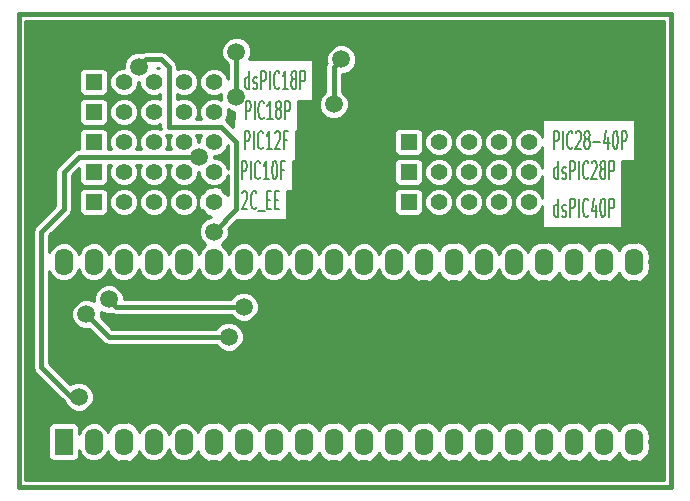
<source format=gtl>
G04 (created by PCBNEW-RS274X (20100308 SVN-R2437)-RC5) date Wed 10 Mar 2010 11:33:35 AM CET*
G01*
G70*
G90*
%MOIN*%
G04 Gerber Fmt 3.4, Leading zero omitted, Abs format*
%FSLAX34Y34*%
G04 APERTURE LIST*
%ADD10C,0.006000*%
%ADD11C,0.015000*%
%ADD12C,0.005000*%
%ADD13R,0.055000X0.055000*%
%ADD14C,0.055000*%
%ADD15R,0.062000X0.090000*%
%ADD16O,0.062000X0.090000*%
%ADD17C,0.059100*%
%ADD18C,0.010000*%
G04 APERTURE END LIST*
G54D10*
G54D11*
X41500Y-29000D02*
X41500Y-13250D01*
X63250Y-29000D02*
X41500Y-29000D01*
X63250Y-28750D02*
X63250Y-29000D01*
X63250Y-13250D02*
X63250Y-28750D01*
X41500Y-13250D02*
X63250Y-13250D01*
G54D12*
X48821Y-19743D02*
X48821Y-19143D01*
X48950Y-19200D02*
X48964Y-19171D01*
X48993Y-19143D01*
X49064Y-19143D01*
X49093Y-19171D01*
X49107Y-19200D01*
X49122Y-19257D01*
X49122Y-19314D01*
X49107Y-19400D01*
X48936Y-19743D01*
X49122Y-19743D01*
X49422Y-19686D02*
X49408Y-19714D01*
X49365Y-19743D01*
X49336Y-19743D01*
X49293Y-19714D01*
X49265Y-19657D01*
X49250Y-19600D01*
X49236Y-19486D01*
X49236Y-19400D01*
X49250Y-19286D01*
X49265Y-19229D01*
X49293Y-19171D01*
X49336Y-19143D01*
X49365Y-19143D01*
X49408Y-19171D01*
X49422Y-19200D01*
X49479Y-19800D02*
X49708Y-19800D01*
X49779Y-19429D02*
X49879Y-19429D01*
X49922Y-19743D02*
X49779Y-19743D01*
X49779Y-19143D01*
X49922Y-19143D01*
X50050Y-19429D02*
X50150Y-19429D01*
X50193Y-19743D02*
X50050Y-19743D01*
X50050Y-19143D01*
X50193Y-19143D01*
X59486Y-18743D02*
X59486Y-18143D01*
X59486Y-18714D02*
X59457Y-18743D01*
X59400Y-18743D01*
X59372Y-18714D01*
X59357Y-18686D01*
X59343Y-18629D01*
X59343Y-18457D01*
X59357Y-18400D01*
X59372Y-18371D01*
X59400Y-18343D01*
X59457Y-18343D01*
X59486Y-18371D01*
X59614Y-18714D02*
X59643Y-18743D01*
X59700Y-18743D01*
X59728Y-18714D01*
X59743Y-18657D01*
X59743Y-18629D01*
X59728Y-18571D01*
X59700Y-18543D01*
X59657Y-18543D01*
X59628Y-18514D01*
X59614Y-18457D01*
X59614Y-18429D01*
X59628Y-18371D01*
X59657Y-18343D01*
X59700Y-18343D01*
X59728Y-18371D01*
X59871Y-18743D02*
X59871Y-18143D01*
X59986Y-18143D01*
X60014Y-18171D01*
X60029Y-18200D01*
X60043Y-18257D01*
X60043Y-18343D01*
X60029Y-18400D01*
X60014Y-18429D01*
X59986Y-18457D01*
X59871Y-18457D01*
X60171Y-18743D02*
X60171Y-18143D01*
X60486Y-18686D02*
X60472Y-18714D01*
X60429Y-18743D01*
X60400Y-18743D01*
X60357Y-18714D01*
X60329Y-18657D01*
X60314Y-18600D01*
X60300Y-18486D01*
X60300Y-18400D01*
X60314Y-18286D01*
X60329Y-18229D01*
X60357Y-18171D01*
X60400Y-18143D01*
X60429Y-18143D01*
X60472Y-18171D01*
X60486Y-18200D01*
X60600Y-18200D02*
X60614Y-18171D01*
X60643Y-18143D01*
X60714Y-18143D01*
X60743Y-18171D01*
X60757Y-18200D01*
X60772Y-18257D01*
X60772Y-18314D01*
X60757Y-18400D01*
X60586Y-18743D01*
X60772Y-18743D01*
X60943Y-18400D02*
X60915Y-18371D01*
X60900Y-18343D01*
X60886Y-18286D01*
X60886Y-18257D01*
X60900Y-18200D01*
X60915Y-18171D01*
X60943Y-18143D01*
X61000Y-18143D01*
X61029Y-18171D01*
X61043Y-18200D01*
X61058Y-18257D01*
X61058Y-18286D01*
X61043Y-18343D01*
X61029Y-18371D01*
X61000Y-18400D01*
X60943Y-18400D01*
X60915Y-18429D01*
X60900Y-18457D01*
X60886Y-18514D01*
X60886Y-18629D01*
X60900Y-18686D01*
X60915Y-18714D01*
X60943Y-18743D01*
X61000Y-18743D01*
X61029Y-18714D01*
X61043Y-18686D01*
X61058Y-18629D01*
X61058Y-18514D01*
X61043Y-18457D01*
X61029Y-18429D01*
X61000Y-18400D01*
X61186Y-18743D02*
X61186Y-18143D01*
X61301Y-18143D01*
X61329Y-18171D01*
X61344Y-18200D01*
X61358Y-18257D01*
X61358Y-18343D01*
X61344Y-18400D01*
X61329Y-18429D01*
X61301Y-18457D01*
X61186Y-18457D01*
X59342Y-17743D02*
X59342Y-17143D01*
X59457Y-17143D01*
X59485Y-17171D01*
X59500Y-17200D01*
X59514Y-17257D01*
X59514Y-17343D01*
X59500Y-17400D01*
X59485Y-17429D01*
X59457Y-17457D01*
X59342Y-17457D01*
X59642Y-17743D02*
X59642Y-17143D01*
X59957Y-17686D02*
X59943Y-17714D01*
X59900Y-17743D01*
X59871Y-17743D01*
X59828Y-17714D01*
X59800Y-17657D01*
X59785Y-17600D01*
X59771Y-17486D01*
X59771Y-17400D01*
X59785Y-17286D01*
X59800Y-17229D01*
X59828Y-17171D01*
X59871Y-17143D01*
X59900Y-17143D01*
X59943Y-17171D01*
X59957Y-17200D01*
X60071Y-17200D02*
X60085Y-17171D01*
X60114Y-17143D01*
X60185Y-17143D01*
X60214Y-17171D01*
X60228Y-17200D01*
X60243Y-17257D01*
X60243Y-17314D01*
X60228Y-17400D01*
X60057Y-17743D01*
X60243Y-17743D01*
X60414Y-17400D02*
X60386Y-17371D01*
X60371Y-17343D01*
X60357Y-17286D01*
X60357Y-17257D01*
X60371Y-17200D01*
X60386Y-17171D01*
X60414Y-17143D01*
X60471Y-17143D01*
X60500Y-17171D01*
X60514Y-17200D01*
X60529Y-17257D01*
X60529Y-17286D01*
X60514Y-17343D01*
X60500Y-17371D01*
X60471Y-17400D01*
X60414Y-17400D01*
X60386Y-17429D01*
X60371Y-17457D01*
X60357Y-17514D01*
X60357Y-17629D01*
X60371Y-17686D01*
X60386Y-17714D01*
X60414Y-17743D01*
X60471Y-17743D01*
X60500Y-17714D01*
X60514Y-17686D01*
X60529Y-17629D01*
X60529Y-17514D01*
X60514Y-17457D01*
X60500Y-17429D01*
X60471Y-17400D01*
X60657Y-17514D02*
X60886Y-17514D01*
X61157Y-17343D02*
X61157Y-17743D01*
X61086Y-17114D02*
X61014Y-17543D01*
X61200Y-17543D01*
X61372Y-17143D02*
X61400Y-17143D01*
X61429Y-17171D01*
X61443Y-17200D01*
X61457Y-17257D01*
X61472Y-17371D01*
X61472Y-17514D01*
X61457Y-17629D01*
X61443Y-17686D01*
X61429Y-17714D01*
X61400Y-17743D01*
X61372Y-17743D01*
X61343Y-17714D01*
X61329Y-17686D01*
X61314Y-17629D01*
X61300Y-17514D01*
X61300Y-17371D01*
X61314Y-17257D01*
X61329Y-17200D01*
X61343Y-17171D01*
X61372Y-17143D01*
X61600Y-17743D02*
X61600Y-17143D01*
X61715Y-17143D01*
X61743Y-17171D01*
X61758Y-17200D01*
X61772Y-17257D01*
X61772Y-17343D01*
X61758Y-17400D01*
X61743Y-17429D01*
X61715Y-17457D01*
X61600Y-17457D01*
X59486Y-19993D02*
X59486Y-19393D01*
X59486Y-19964D02*
X59457Y-19993D01*
X59400Y-19993D01*
X59372Y-19964D01*
X59357Y-19936D01*
X59343Y-19879D01*
X59343Y-19707D01*
X59357Y-19650D01*
X59372Y-19621D01*
X59400Y-19593D01*
X59457Y-19593D01*
X59486Y-19621D01*
X59614Y-19964D02*
X59643Y-19993D01*
X59700Y-19993D01*
X59728Y-19964D01*
X59743Y-19907D01*
X59743Y-19879D01*
X59728Y-19821D01*
X59700Y-19793D01*
X59657Y-19793D01*
X59628Y-19764D01*
X59614Y-19707D01*
X59614Y-19679D01*
X59628Y-19621D01*
X59657Y-19593D01*
X59700Y-19593D01*
X59728Y-19621D01*
X59871Y-19993D02*
X59871Y-19393D01*
X59986Y-19393D01*
X60014Y-19421D01*
X60029Y-19450D01*
X60043Y-19507D01*
X60043Y-19593D01*
X60029Y-19650D01*
X60014Y-19679D01*
X59986Y-19707D01*
X59871Y-19707D01*
X60171Y-19993D02*
X60171Y-19393D01*
X60486Y-19936D02*
X60472Y-19964D01*
X60429Y-19993D01*
X60400Y-19993D01*
X60357Y-19964D01*
X60329Y-19907D01*
X60314Y-19850D01*
X60300Y-19736D01*
X60300Y-19650D01*
X60314Y-19536D01*
X60329Y-19479D01*
X60357Y-19421D01*
X60400Y-19393D01*
X60429Y-19393D01*
X60472Y-19421D01*
X60486Y-19450D01*
X60743Y-19593D02*
X60743Y-19993D01*
X60672Y-19364D02*
X60600Y-19793D01*
X60786Y-19793D01*
X60958Y-19393D02*
X60986Y-19393D01*
X61015Y-19421D01*
X61029Y-19450D01*
X61043Y-19507D01*
X61058Y-19621D01*
X61058Y-19764D01*
X61043Y-19879D01*
X61029Y-19936D01*
X61015Y-19964D01*
X60986Y-19993D01*
X60958Y-19993D01*
X60929Y-19964D01*
X60915Y-19936D01*
X60900Y-19879D01*
X60886Y-19764D01*
X60886Y-19621D01*
X60900Y-19507D01*
X60915Y-19450D01*
X60929Y-19421D01*
X60958Y-19393D01*
X61186Y-19993D02*
X61186Y-19393D01*
X61301Y-19393D01*
X61329Y-19421D01*
X61344Y-19450D01*
X61358Y-19507D01*
X61358Y-19593D01*
X61344Y-19650D01*
X61329Y-19679D01*
X61301Y-19707D01*
X61186Y-19707D01*
X48935Y-18743D02*
X48935Y-18143D01*
X49050Y-18143D01*
X49078Y-18171D01*
X49093Y-18200D01*
X49107Y-18257D01*
X49107Y-18343D01*
X49093Y-18400D01*
X49078Y-18429D01*
X49050Y-18457D01*
X48935Y-18457D01*
X49235Y-18743D02*
X49235Y-18143D01*
X49550Y-18686D02*
X49536Y-18714D01*
X49493Y-18743D01*
X49464Y-18743D01*
X49421Y-18714D01*
X49393Y-18657D01*
X49378Y-18600D01*
X49364Y-18486D01*
X49364Y-18400D01*
X49378Y-18286D01*
X49393Y-18229D01*
X49421Y-18171D01*
X49464Y-18143D01*
X49493Y-18143D01*
X49536Y-18171D01*
X49550Y-18200D01*
X49836Y-18743D02*
X49664Y-18743D01*
X49750Y-18743D02*
X49750Y-18143D01*
X49721Y-18229D01*
X49693Y-18286D01*
X49664Y-18314D01*
X50022Y-18143D02*
X50050Y-18143D01*
X50079Y-18171D01*
X50093Y-18200D01*
X50107Y-18257D01*
X50122Y-18371D01*
X50122Y-18514D01*
X50107Y-18629D01*
X50093Y-18686D01*
X50079Y-18714D01*
X50050Y-18743D01*
X50022Y-18743D01*
X49993Y-18714D01*
X49979Y-18686D01*
X49964Y-18629D01*
X49950Y-18514D01*
X49950Y-18371D01*
X49964Y-18257D01*
X49979Y-18200D01*
X49993Y-18171D01*
X50022Y-18143D01*
X50350Y-18429D02*
X50250Y-18429D01*
X50250Y-18743D02*
X50250Y-18143D01*
X50393Y-18143D01*
X49064Y-16743D02*
X49064Y-16143D01*
X49179Y-16143D01*
X49207Y-16171D01*
X49222Y-16200D01*
X49236Y-16257D01*
X49236Y-16343D01*
X49222Y-16400D01*
X49207Y-16429D01*
X49179Y-16457D01*
X49064Y-16457D01*
X49364Y-16743D02*
X49364Y-16143D01*
X49679Y-16686D02*
X49665Y-16714D01*
X49622Y-16743D01*
X49593Y-16743D01*
X49550Y-16714D01*
X49522Y-16657D01*
X49507Y-16600D01*
X49493Y-16486D01*
X49493Y-16400D01*
X49507Y-16286D01*
X49522Y-16229D01*
X49550Y-16171D01*
X49593Y-16143D01*
X49622Y-16143D01*
X49665Y-16171D01*
X49679Y-16200D01*
X49965Y-16743D02*
X49793Y-16743D01*
X49879Y-16743D02*
X49879Y-16143D01*
X49850Y-16229D01*
X49822Y-16286D01*
X49793Y-16314D01*
X50136Y-16400D02*
X50108Y-16371D01*
X50093Y-16343D01*
X50079Y-16286D01*
X50079Y-16257D01*
X50093Y-16200D01*
X50108Y-16171D01*
X50136Y-16143D01*
X50193Y-16143D01*
X50222Y-16171D01*
X50236Y-16200D01*
X50251Y-16257D01*
X50251Y-16286D01*
X50236Y-16343D01*
X50222Y-16371D01*
X50193Y-16400D01*
X50136Y-16400D01*
X50108Y-16429D01*
X50093Y-16457D01*
X50079Y-16514D01*
X50079Y-16629D01*
X50093Y-16686D01*
X50108Y-16714D01*
X50136Y-16743D01*
X50193Y-16743D01*
X50222Y-16714D01*
X50236Y-16686D01*
X50251Y-16629D01*
X50251Y-16514D01*
X50236Y-16457D01*
X50222Y-16429D01*
X50193Y-16400D01*
X50379Y-16743D02*
X50379Y-16143D01*
X50494Y-16143D01*
X50522Y-16171D01*
X50537Y-16200D01*
X50551Y-16257D01*
X50551Y-16343D01*
X50537Y-16400D01*
X50522Y-16429D01*
X50494Y-16457D01*
X50379Y-16457D01*
X49035Y-17743D02*
X49035Y-17143D01*
X49150Y-17143D01*
X49178Y-17171D01*
X49193Y-17200D01*
X49207Y-17257D01*
X49207Y-17343D01*
X49193Y-17400D01*
X49178Y-17429D01*
X49150Y-17457D01*
X49035Y-17457D01*
X49335Y-17743D02*
X49335Y-17143D01*
X49650Y-17686D02*
X49636Y-17714D01*
X49593Y-17743D01*
X49564Y-17743D01*
X49521Y-17714D01*
X49493Y-17657D01*
X49478Y-17600D01*
X49464Y-17486D01*
X49464Y-17400D01*
X49478Y-17286D01*
X49493Y-17229D01*
X49521Y-17171D01*
X49564Y-17143D01*
X49593Y-17143D01*
X49636Y-17171D01*
X49650Y-17200D01*
X49936Y-17743D02*
X49764Y-17743D01*
X49850Y-17743D02*
X49850Y-17143D01*
X49821Y-17229D01*
X49793Y-17286D01*
X49764Y-17314D01*
X50050Y-17200D02*
X50064Y-17171D01*
X50093Y-17143D01*
X50164Y-17143D01*
X50193Y-17171D01*
X50207Y-17200D01*
X50222Y-17257D01*
X50222Y-17314D01*
X50207Y-17400D01*
X50036Y-17743D01*
X50222Y-17743D01*
X50450Y-17429D02*
X50350Y-17429D01*
X50350Y-17743D02*
X50350Y-17143D01*
X50493Y-17143D01*
X49186Y-15743D02*
X49186Y-15143D01*
X49186Y-15714D02*
X49157Y-15743D01*
X49100Y-15743D01*
X49072Y-15714D01*
X49057Y-15686D01*
X49043Y-15629D01*
X49043Y-15457D01*
X49057Y-15400D01*
X49072Y-15371D01*
X49100Y-15343D01*
X49157Y-15343D01*
X49186Y-15371D01*
X49314Y-15714D02*
X49343Y-15743D01*
X49400Y-15743D01*
X49428Y-15714D01*
X49443Y-15657D01*
X49443Y-15629D01*
X49428Y-15571D01*
X49400Y-15543D01*
X49357Y-15543D01*
X49328Y-15514D01*
X49314Y-15457D01*
X49314Y-15429D01*
X49328Y-15371D01*
X49357Y-15343D01*
X49400Y-15343D01*
X49428Y-15371D01*
X49571Y-15743D02*
X49571Y-15143D01*
X49686Y-15143D01*
X49714Y-15171D01*
X49729Y-15200D01*
X49743Y-15257D01*
X49743Y-15343D01*
X49729Y-15400D01*
X49714Y-15429D01*
X49686Y-15457D01*
X49571Y-15457D01*
X49871Y-15743D02*
X49871Y-15143D01*
X50186Y-15686D02*
X50172Y-15714D01*
X50129Y-15743D01*
X50100Y-15743D01*
X50057Y-15714D01*
X50029Y-15657D01*
X50014Y-15600D01*
X50000Y-15486D01*
X50000Y-15400D01*
X50014Y-15286D01*
X50029Y-15229D01*
X50057Y-15171D01*
X50100Y-15143D01*
X50129Y-15143D01*
X50172Y-15171D01*
X50186Y-15200D01*
X50472Y-15743D02*
X50300Y-15743D01*
X50386Y-15743D02*
X50386Y-15143D01*
X50357Y-15229D01*
X50329Y-15286D01*
X50300Y-15314D01*
X50643Y-15400D02*
X50615Y-15371D01*
X50600Y-15343D01*
X50586Y-15286D01*
X50586Y-15257D01*
X50600Y-15200D01*
X50615Y-15171D01*
X50643Y-15143D01*
X50700Y-15143D01*
X50729Y-15171D01*
X50743Y-15200D01*
X50758Y-15257D01*
X50758Y-15286D01*
X50743Y-15343D01*
X50729Y-15371D01*
X50700Y-15400D01*
X50643Y-15400D01*
X50615Y-15429D01*
X50600Y-15457D01*
X50586Y-15514D01*
X50586Y-15629D01*
X50600Y-15686D01*
X50615Y-15714D01*
X50643Y-15743D01*
X50700Y-15743D01*
X50729Y-15714D01*
X50743Y-15686D01*
X50758Y-15629D01*
X50758Y-15514D01*
X50743Y-15457D01*
X50729Y-15429D01*
X50700Y-15400D01*
X50886Y-15743D02*
X50886Y-15143D01*
X51001Y-15143D01*
X51029Y-15171D01*
X51044Y-15200D01*
X51058Y-15257D01*
X51058Y-15343D01*
X51044Y-15400D01*
X51029Y-15429D01*
X51001Y-15457D01*
X50886Y-15457D01*
G54D13*
X44000Y-17500D03*
G54D14*
X45000Y-17500D03*
X46000Y-17500D03*
X47000Y-17500D03*
X48000Y-17500D03*
G54D13*
X44000Y-16500D03*
G54D14*
X45000Y-16500D03*
X46000Y-16500D03*
X47000Y-16500D03*
X48000Y-16500D03*
G54D13*
X54500Y-17500D03*
G54D14*
X55500Y-17500D03*
X56500Y-17500D03*
X57500Y-17500D03*
X58500Y-17500D03*
G54D13*
X44000Y-15500D03*
G54D14*
X45000Y-15500D03*
X46000Y-15500D03*
X47000Y-15500D03*
X48000Y-15500D03*
G54D13*
X54500Y-18500D03*
G54D14*
X55500Y-18500D03*
X56500Y-18500D03*
X57500Y-18500D03*
X58500Y-18500D03*
G54D13*
X54500Y-19500D03*
G54D14*
X55500Y-19500D03*
X56500Y-19500D03*
X57500Y-19500D03*
X58500Y-19500D03*
G54D13*
X44000Y-18500D03*
G54D14*
X45000Y-18500D03*
X46000Y-18500D03*
X47000Y-18500D03*
X48000Y-18500D03*
G54D15*
X43000Y-27500D03*
G54D16*
X44000Y-27500D03*
X45000Y-27500D03*
X46000Y-27500D03*
X47000Y-27500D03*
X48000Y-27500D03*
X49000Y-27500D03*
X50000Y-27500D03*
X51000Y-27500D03*
X52000Y-27500D03*
X53000Y-27500D03*
X54000Y-27500D03*
X55000Y-27500D03*
X56000Y-27500D03*
X57000Y-27500D03*
X58000Y-27500D03*
X59000Y-27500D03*
X60000Y-27500D03*
X61000Y-27500D03*
X62000Y-27500D03*
X62000Y-21500D03*
X61000Y-21500D03*
X60000Y-21500D03*
X59000Y-21500D03*
X58000Y-21500D03*
X57000Y-21500D03*
X56000Y-21500D03*
X55000Y-21500D03*
X54000Y-21500D03*
X53000Y-21500D03*
X52000Y-21500D03*
X51000Y-21500D03*
X50000Y-21500D03*
X49000Y-21500D03*
X48000Y-21500D03*
X47000Y-21500D03*
X46000Y-21500D03*
X45000Y-21500D03*
X44000Y-21500D03*
X43000Y-21500D03*
G54D13*
X44000Y-19500D03*
G54D14*
X45000Y-19500D03*
X46000Y-19500D03*
X47000Y-19500D03*
X48000Y-19500D03*
G54D17*
X44500Y-22750D03*
X49000Y-23000D03*
X48750Y-16000D03*
X48750Y-14500D03*
X48500Y-24000D03*
X43750Y-23250D03*
X45500Y-15000D03*
X48000Y-20500D03*
X52000Y-16250D03*
X52250Y-14750D03*
X47500Y-18000D03*
X43500Y-26000D03*
G54D11*
X49000Y-23000D02*
X44750Y-23000D01*
X44750Y-23000D02*
X44500Y-22750D01*
X49000Y-23000D02*
X46500Y-23000D01*
X48750Y-14500D02*
X48750Y-16000D01*
X44500Y-24000D02*
X48500Y-24000D01*
X43750Y-23250D02*
X44500Y-24000D01*
X45750Y-14750D02*
X45500Y-15000D01*
X46250Y-14750D02*
X45750Y-14750D01*
X46500Y-15000D02*
X46250Y-14750D01*
X46500Y-15500D02*
X46500Y-15000D01*
X46500Y-17000D02*
X46500Y-15500D01*
X48250Y-17000D02*
X46500Y-17000D01*
X48750Y-17500D02*
X48250Y-17000D01*
X48750Y-19750D02*
X48750Y-17500D01*
X48000Y-20500D02*
X48750Y-19750D01*
X52000Y-15000D02*
X52000Y-16250D01*
X52250Y-14750D02*
X52000Y-15000D01*
X43000Y-18500D02*
X43500Y-18000D01*
X43500Y-18000D02*
X43750Y-18000D01*
X47500Y-18000D02*
X44250Y-18000D01*
X44250Y-18000D02*
X43750Y-18000D01*
X43000Y-19750D02*
X42250Y-20500D01*
X42250Y-20500D02*
X42250Y-25000D01*
X42250Y-25000D02*
X43250Y-26000D01*
X43250Y-26000D02*
X43500Y-26000D01*
X43000Y-18500D02*
X43000Y-19750D01*
G54D10*
G36*
X63025Y-28775D02*
X63025Y-13475D01*
X41725Y-13475D01*
X41725Y-28775D01*
X62137Y-28775D01*
X62137Y-28182D01*
X62081Y-28152D01*
X61918Y-28152D01*
X61900Y-28162D01*
X61863Y-28182D01*
X61804Y-28165D01*
X61618Y-28050D01*
X61500Y-27886D01*
X61382Y-28050D01*
X61196Y-28165D01*
X61137Y-28182D01*
X61081Y-28152D01*
X60918Y-28152D01*
X60863Y-28182D01*
X60804Y-28165D01*
X60618Y-28050D01*
X60499Y-27886D01*
X60382Y-28050D01*
X60196Y-28165D01*
X60137Y-28182D01*
X60081Y-28152D01*
X59918Y-28152D01*
X59863Y-28182D01*
X59804Y-28165D01*
X59618Y-28050D01*
X59500Y-27886D01*
X59382Y-28050D01*
X59196Y-28165D01*
X59137Y-28182D01*
X59081Y-28152D01*
X58918Y-28152D01*
X58863Y-28182D01*
X58804Y-28165D01*
X58618Y-28050D01*
X58500Y-27886D01*
X58382Y-28050D01*
X58196Y-28165D01*
X58137Y-28182D01*
X58081Y-28152D01*
X57918Y-28152D01*
X57863Y-28182D01*
X57804Y-28165D01*
X57618Y-28050D01*
X57500Y-27886D01*
X57382Y-28050D01*
X57196Y-28165D01*
X57137Y-28182D01*
X57081Y-28152D01*
X56918Y-28152D01*
X56863Y-28182D01*
X56804Y-28165D01*
X56618Y-28050D01*
X56500Y-27886D01*
X56382Y-28050D01*
X56196Y-28165D01*
X56137Y-28182D01*
X56081Y-28152D01*
X55918Y-28152D01*
X55863Y-28182D01*
X55804Y-28165D01*
X55618Y-28050D01*
X55500Y-27886D01*
X55382Y-28050D01*
X55196Y-28165D01*
X55137Y-28182D01*
X55081Y-28152D01*
X54918Y-28152D01*
X54863Y-28182D01*
X54804Y-28165D01*
X54618Y-28050D01*
X54500Y-27886D01*
X54382Y-28050D01*
X54196Y-28165D01*
X54137Y-28182D01*
X54081Y-28152D01*
X53918Y-28152D01*
X53863Y-28182D01*
X53804Y-28165D01*
X53618Y-28050D01*
X53500Y-27886D01*
X53382Y-28050D01*
X53196Y-28165D01*
X53137Y-28182D01*
X53081Y-28152D01*
X52918Y-28152D01*
X52863Y-28182D01*
X52804Y-28165D01*
X52618Y-28050D01*
X52500Y-27886D01*
X52382Y-28050D01*
X52196Y-28165D01*
X52137Y-28182D01*
X52081Y-28152D01*
X51918Y-28152D01*
X51863Y-28182D01*
X51804Y-28165D01*
X51618Y-28050D01*
X51500Y-27886D01*
X51382Y-28050D01*
X51196Y-28165D01*
X51137Y-28182D01*
X51081Y-28152D01*
X50918Y-28152D01*
X50863Y-28182D01*
X50804Y-28165D01*
X50618Y-28050D01*
X50500Y-27886D01*
X50382Y-28050D01*
X50196Y-28165D01*
X50137Y-28182D01*
X50081Y-28152D01*
X49918Y-28152D01*
X49863Y-28182D01*
X49804Y-28165D01*
X49618Y-28050D01*
X49500Y-27886D01*
X49382Y-28050D01*
X49196Y-28165D01*
X49137Y-28182D01*
X49081Y-28152D01*
X48918Y-28152D01*
X48863Y-28182D01*
X48804Y-28165D01*
X48618Y-28050D01*
X48499Y-27886D01*
X48382Y-28050D01*
X48196Y-28165D01*
X48137Y-28182D01*
X48081Y-28152D01*
X47918Y-28152D01*
X47863Y-28182D01*
X47804Y-28165D01*
X47618Y-28050D01*
X47490Y-27873D01*
X47475Y-27811D01*
X47424Y-27936D01*
X47283Y-28076D01*
X47099Y-28152D01*
X46900Y-28152D01*
X46716Y-28076D01*
X46576Y-27935D01*
X46500Y-27751D01*
X46500Y-27752D01*
X46424Y-27936D01*
X46283Y-28076D01*
X46099Y-28152D01*
X45900Y-28152D01*
X45716Y-28076D01*
X45576Y-27935D01*
X45524Y-27810D01*
X45510Y-27873D01*
X45382Y-28050D01*
X45196Y-28165D01*
X45137Y-28182D01*
X45081Y-28152D01*
X44918Y-28152D01*
X44863Y-28182D01*
X44804Y-28165D01*
X44618Y-28050D01*
X44490Y-27873D01*
X44475Y-27811D01*
X44424Y-27936D01*
X44283Y-28076D01*
X44099Y-28152D01*
X43900Y-28152D01*
X43716Y-28076D01*
X43576Y-27935D01*
X43509Y-27772D01*
X43509Y-27990D01*
X43478Y-28063D01*
X43422Y-28119D01*
X43349Y-28149D01*
X42650Y-28149D01*
X42577Y-28118D01*
X42521Y-28062D01*
X42491Y-27989D01*
X42491Y-27010D01*
X42522Y-26937D01*
X42578Y-26881D01*
X42651Y-26851D01*
X43350Y-26851D01*
X43401Y-26872D01*
X43401Y-26494D01*
X43220Y-26419D01*
X43081Y-26280D01*
X43038Y-26177D01*
X42056Y-25194D01*
X41996Y-25105D01*
X41975Y-25000D01*
X41975Y-20500D01*
X41996Y-20395D01*
X42056Y-20306D01*
X42725Y-19636D01*
X42725Y-18500D01*
X42746Y-18395D01*
X42806Y-18306D01*
X43305Y-17806D01*
X43395Y-17746D01*
X43500Y-17725D01*
X43526Y-17725D01*
X43526Y-17185D01*
X43557Y-17112D01*
X43613Y-17056D01*
X43685Y-17026D01*
X43685Y-16974D01*
X43612Y-16943D01*
X43556Y-16887D01*
X43526Y-16814D01*
X43526Y-16185D01*
X43557Y-16112D01*
X43613Y-16056D01*
X43685Y-16026D01*
X43685Y-15974D01*
X43612Y-15943D01*
X43556Y-15887D01*
X43526Y-15814D01*
X43526Y-15185D01*
X43557Y-15112D01*
X43613Y-15056D01*
X43686Y-15026D01*
X44315Y-15026D01*
X44388Y-15057D01*
X44444Y-15113D01*
X44474Y-15186D01*
X44474Y-15815D01*
X44443Y-15888D01*
X44387Y-15944D01*
X44314Y-15974D01*
X43685Y-15974D01*
X43685Y-16026D01*
X44315Y-16026D01*
X44388Y-16057D01*
X44444Y-16113D01*
X44474Y-16186D01*
X44474Y-16815D01*
X44443Y-16888D01*
X44387Y-16944D01*
X44314Y-16974D01*
X43685Y-16974D01*
X43685Y-17026D01*
X44315Y-17026D01*
X44388Y-17057D01*
X44444Y-17113D01*
X44474Y-17186D01*
X44474Y-17725D01*
X44578Y-17725D01*
X44525Y-17594D01*
X44525Y-17405D01*
X44598Y-17231D01*
X44731Y-17097D01*
X44905Y-17025D01*
X44905Y-16975D01*
X44731Y-16902D01*
X44597Y-16769D01*
X44525Y-16594D01*
X44525Y-16405D01*
X44598Y-16231D01*
X44731Y-16097D01*
X44906Y-16025D01*
X45095Y-16025D01*
X45269Y-16098D01*
X45403Y-16231D01*
X45475Y-16406D01*
X45475Y-16595D01*
X45402Y-16769D01*
X45269Y-16903D01*
X45094Y-16975D01*
X44905Y-16975D01*
X44905Y-17025D01*
X45095Y-17025D01*
X45269Y-17098D01*
X45403Y-17231D01*
X45475Y-17406D01*
X45475Y-17595D01*
X45420Y-17725D01*
X45578Y-17725D01*
X45525Y-17594D01*
X45525Y-17405D01*
X45598Y-17231D01*
X45731Y-17097D01*
X45906Y-17025D01*
X46095Y-17025D01*
X46242Y-17086D01*
X46225Y-17000D01*
X46225Y-16921D01*
X46094Y-16975D01*
X45905Y-16975D01*
X45731Y-16902D01*
X45597Y-16769D01*
X45525Y-16594D01*
X45525Y-16405D01*
X45598Y-16231D01*
X45731Y-16097D01*
X45906Y-16025D01*
X46095Y-16025D01*
X46225Y-16079D01*
X46225Y-15921D01*
X46094Y-15975D01*
X45905Y-15975D01*
X45731Y-15902D01*
X45597Y-15769D01*
X45525Y-15594D01*
X45525Y-15494D01*
X45475Y-15494D01*
X45475Y-15595D01*
X45402Y-15769D01*
X45269Y-15903D01*
X45094Y-15975D01*
X44905Y-15975D01*
X44731Y-15902D01*
X44597Y-15769D01*
X44525Y-15594D01*
X44525Y-15405D01*
X44598Y-15231D01*
X44731Y-15097D01*
X44906Y-15025D01*
X45006Y-15025D01*
X45006Y-14901D01*
X45081Y-14720D01*
X45220Y-14581D01*
X45402Y-14506D01*
X45599Y-14506D01*
X45618Y-14513D01*
X45645Y-14496D01*
X45750Y-14475D01*
X46250Y-14475D01*
X46355Y-14496D01*
X46444Y-14556D01*
X46694Y-14805D01*
X46733Y-14864D01*
X46754Y-14895D01*
X46775Y-15000D01*
X46775Y-15078D01*
X46906Y-15025D01*
X47095Y-15025D01*
X47269Y-15098D01*
X47403Y-15231D01*
X47475Y-15406D01*
X47475Y-15595D01*
X47402Y-15769D01*
X47269Y-15903D01*
X47094Y-15975D01*
X46905Y-15975D01*
X46775Y-15920D01*
X46775Y-16078D01*
X46906Y-16025D01*
X47095Y-16025D01*
X47269Y-16098D01*
X47403Y-16231D01*
X47475Y-16406D01*
X47475Y-16595D01*
X47420Y-16725D01*
X47578Y-16725D01*
X47525Y-16594D01*
X47525Y-16405D01*
X47598Y-16231D01*
X47731Y-16097D01*
X47906Y-16025D01*
X48095Y-16025D01*
X48256Y-16092D01*
X48256Y-15908D01*
X48094Y-15975D01*
X47905Y-15975D01*
X47731Y-15902D01*
X47597Y-15769D01*
X47525Y-15594D01*
X47525Y-15405D01*
X47598Y-15231D01*
X47731Y-15097D01*
X47906Y-15025D01*
X48095Y-15025D01*
X48269Y-15098D01*
X48403Y-15231D01*
X48475Y-15406D01*
X48475Y-14921D01*
X48470Y-14919D01*
X48331Y-14780D01*
X48256Y-14598D01*
X48256Y-14401D01*
X48331Y-14220D01*
X48470Y-14081D01*
X48652Y-14006D01*
X48849Y-14006D01*
X49030Y-14081D01*
X49169Y-14220D01*
X49244Y-14402D01*
X49244Y-14599D01*
X49181Y-14750D01*
X51325Y-14750D01*
X51325Y-16130D01*
X50818Y-16130D01*
X50818Y-17130D01*
X50746Y-17130D01*
X50746Y-18130D01*
X50646Y-18130D01*
X50646Y-19130D01*
X50438Y-19130D01*
X50438Y-20108D01*
X48780Y-20108D01*
X48491Y-20396D01*
X48494Y-20402D01*
X48494Y-20599D01*
X48419Y-20780D01*
X48280Y-20919D01*
X48275Y-20920D01*
X48284Y-20924D01*
X48424Y-21065D01*
X48500Y-21249D01*
X48500Y-21248D01*
X48576Y-21064D01*
X48717Y-20924D01*
X48901Y-20848D01*
X49100Y-20848D01*
X49284Y-20924D01*
X49424Y-21065D01*
X49500Y-21249D01*
X49500Y-21248D01*
X49576Y-21064D01*
X49717Y-20924D01*
X49901Y-20848D01*
X50100Y-20848D01*
X50284Y-20924D01*
X50424Y-21065D01*
X50500Y-21249D01*
X50500Y-21248D01*
X50576Y-21064D01*
X50717Y-20924D01*
X50901Y-20848D01*
X51100Y-20848D01*
X51284Y-20924D01*
X51424Y-21065D01*
X51500Y-21249D01*
X51500Y-21248D01*
X51576Y-21064D01*
X51717Y-20924D01*
X51901Y-20848D01*
X51901Y-16744D01*
X51720Y-16669D01*
X51581Y-16530D01*
X51506Y-16348D01*
X51506Y-16151D01*
X51581Y-15970D01*
X51720Y-15831D01*
X51725Y-15828D01*
X51725Y-15000D01*
X51746Y-14895D01*
X51764Y-14867D01*
X51756Y-14848D01*
X51756Y-14651D01*
X51831Y-14470D01*
X51970Y-14331D01*
X52152Y-14256D01*
X52349Y-14256D01*
X52530Y-14331D01*
X52669Y-14470D01*
X52744Y-14652D01*
X52744Y-14849D01*
X52669Y-15030D01*
X52530Y-15169D01*
X52348Y-15244D01*
X52275Y-15244D01*
X52275Y-15828D01*
X52280Y-15831D01*
X52419Y-15970D01*
X52494Y-16152D01*
X52494Y-16349D01*
X52419Y-16530D01*
X52280Y-16669D01*
X52098Y-16744D01*
X51901Y-16744D01*
X51901Y-20848D01*
X52100Y-20848D01*
X52284Y-20924D01*
X52424Y-21065D01*
X52500Y-21249D01*
X52500Y-21248D01*
X52576Y-21064D01*
X52717Y-20924D01*
X52901Y-20848D01*
X53100Y-20848D01*
X53284Y-20924D01*
X53424Y-21065D01*
X53500Y-21249D01*
X53500Y-21248D01*
X53576Y-21064D01*
X53717Y-20924D01*
X53901Y-20848D01*
X54100Y-20848D01*
X54185Y-20883D01*
X54185Y-19974D01*
X54112Y-19943D01*
X54056Y-19887D01*
X54026Y-19814D01*
X54026Y-19185D01*
X54057Y-19112D01*
X54113Y-19056D01*
X54185Y-19026D01*
X54185Y-18974D01*
X54112Y-18943D01*
X54056Y-18887D01*
X54026Y-18814D01*
X54026Y-18185D01*
X54057Y-18112D01*
X54113Y-18056D01*
X54185Y-18026D01*
X54185Y-17974D01*
X54112Y-17943D01*
X54056Y-17887D01*
X54026Y-17814D01*
X54026Y-17185D01*
X54057Y-17112D01*
X54113Y-17056D01*
X54186Y-17026D01*
X54815Y-17026D01*
X54888Y-17057D01*
X54944Y-17113D01*
X54974Y-17186D01*
X54974Y-17815D01*
X54943Y-17888D01*
X54887Y-17944D01*
X54814Y-17974D01*
X54185Y-17974D01*
X54185Y-18026D01*
X54815Y-18026D01*
X54888Y-18057D01*
X54944Y-18113D01*
X54974Y-18186D01*
X54974Y-18815D01*
X54943Y-18888D01*
X54887Y-18944D01*
X54814Y-18974D01*
X54185Y-18974D01*
X54185Y-19026D01*
X54815Y-19026D01*
X54888Y-19057D01*
X54944Y-19113D01*
X54974Y-19186D01*
X54974Y-19815D01*
X54943Y-19888D01*
X54887Y-19944D01*
X54814Y-19974D01*
X54185Y-19974D01*
X54185Y-20883D01*
X54284Y-20924D01*
X54424Y-21065D01*
X54475Y-21189D01*
X54490Y-21127D01*
X54618Y-20950D01*
X54804Y-20835D01*
X54863Y-20818D01*
X54918Y-20848D01*
X55081Y-20848D01*
X55137Y-20818D01*
X55196Y-20835D01*
X55382Y-20950D01*
X55405Y-20981D01*
X55405Y-19975D01*
X55231Y-19902D01*
X55097Y-19769D01*
X55025Y-19594D01*
X55025Y-19405D01*
X55098Y-19231D01*
X55231Y-19097D01*
X55405Y-19025D01*
X55405Y-18975D01*
X55231Y-18902D01*
X55097Y-18769D01*
X55025Y-18594D01*
X55025Y-18405D01*
X55098Y-18231D01*
X55231Y-18097D01*
X55405Y-18025D01*
X55405Y-17975D01*
X55231Y-17902D01*
X55097Y-17769D01*
X55025Y-17594D01*
X55025Y-17405D01*
X55098Y-17231D01*
X55231Y-17097D01*
X55406Y-17025D01*
X55595Y-17025D01*
X55769Y-17098D01*
X55903Y-17231D01*
X55975Y-17406D01*
X55975Y-17595D01*
X55902Y-17769D01*
X55769Y-17903D01*
X55594Y-17975D01*
X55405Y-17975D01*
X55405Y-18025D01*
X55595Y-18025D01*
X55769Y-18098D01*
X55903Y-18231D01*
X55975Y-18406D01*
X55975Y-18595D01*
X55902Y-18769D01*
X55769Y-18903D01*
X55594Y-18975D01*
X55405Y-18975D01*
X55405Y-19025D01*
X55595Y-19025D01*
X55769Y-19098D01*
X55903Y-19231D01*
X55975Y-19406D01*
X55975Y-19595D01*
X55902Y-19769D01*
X55769Y-19903D01*
X55594Y-19975D01*
X55405Y-19975D01*
X55405Y-20981D01*
X55500Y-21113D01*
X55618Y-20950D01*
X55804Y-20835D01*
X55863Y-20818D01*
X55918Y-20848D01*
X56081Y-20848D01*
X56137Y-20818D01*
X56196Y-20835D01*
X56382Y-20950D01*
X56405Y-20981D01*
X56405Y-19975D01*
X56231Y-19902D01*
X56097Y-19769D01*
X56025Y-19594D01*
X56025Y-19405D01*
X56098Y-19231D01*
X56231Y-19097D01*
X56405Y-19025D01*
X56405Y-18975D01*
X56231Y-18902D01*
X56097Y-18769D01*
X56025Y-18594D01*
X56025Y-18405D01*
X56098Y-18231D01*
X56231Y-18097D01*
X56405Y-18025D01*
X56405Y-17975D01*
X56231Y-17902D01*
X56097Y-17769D01*
X56025Y-17594D01*
X56025Y-17405D01*
X56098Y-17231D01*
X56231Y-17097D01*
X56406Y-17025D01*
X56595Y-17025D01*
X56769Y-17098D01*
X56903Y-17231D01*
X56975Y-17406D01*
X56975Y-17595D01*
X56902Y-17769D01*
X56769Y-17903D01*
X56594Y-17975D01*
X56405Y-17975D01*
X56405Y-18025D01*
X56595Y-18025D01*
X56769Y-18098D01*
X56903Y-18231D01*
X56975Y-18406D01*
X56975Y-18595D01*
X56902Y-18769D01*
X56769Y-18903D01*
X56594Y-18975D01*
X56405Y-18975D01*
X56405Y-19025D01*
X56595Y-19025D01*
X56769Y-19098D01*
X56903Y-19231D01*
X56975Y-19406D01*
X56975Y-19595D01*
X56902Y-19769D01*
X56769Y-19903D01*
X56594Y-19975D01*
X56405Y-19975D01*
X56405Y-20981D01*
X56510Y-21127D01*
X56524Y-21188D01*
X56576Y-21064D01*
X56717Y-20924D01*
X56901Y-20848D01*
X57100Y-20848D01*
X57284Y-20924D01*
X57405Y-21045D01*
X57405Y-19975D01*
X57231Y-19902D01*
X57097Y-19769D01*
X57025Y-19594D01*
X57025Y-19405D01*
X57098Y-19231D01*
X57231Y-19097D01*
X57405Y-19025D01*
X57405Y-18975D01*
X57231Y-18902D01*
X57097Y-18769D01*
X57025Y-18594D01*
X57025Y-18405D01*
X57098Y-18231D01*
X57231Y-18097D01*
X57405Y-18025D01*
X57405Y-17975D01*
X57231Y-17902D01*
X57097Y-17769D01*
X57025Y-17594D01*
X57025Y-17405D01*
X57098Y-17231D01*
X57231Y-17097D01*
X57406Y-17025D01*
X57595Y-17025D01*
X57769Y-17098D01*
X57903Y-17231D01*
X57975Y-17406D01*
X57975Y-17595D01*
X57902Y-17769D01*
X57769Y-17903D01*
X57594Y-17975D01*
X57405Y-17975D01*
X57405Y-18025D01*
X57595Y-18025D01*
X57769Y-18098D01*
X57903Y-18231D01*
X57975Y-18406D01*
X57975Y-18595D01*
X57902Y-18769D01*
X57769Y-18903D01*
X57594Y-18975D01*
X57405Y-18975D01*
X57405Y-19025D01*
X57595Y-19025D01*
X57769Y-19098D01*
X57903Y-19231D01*
X57975Y-19406D01*
X57975Y-19595D01*
X57902Y-19769D01*
X57769Y-19903D01*
X57594Y-19975D01*
X57405Y-19975D01*
X57405Y-21045D01*
X57424Y-21065D01*
X57500Y-21249D01*
X57500Y-21248D01*
X57576Y-21064D01*
X57717Y-20924D01*
X57901Y-20848D01*
X58100Y-20848D01*
X58284Y-20924D01*
X58424Y-21065D01*
X58475Y-21189D01*
X58490Y-21127D01*
X58618Y-20950D01*
X58804Y-20835D01*
X58863Y-20818D01*
X58918Y-20848D01*
X58956Y-20848D01*
X58956Y-20380D01*
X58956Y-19640D01*
X58902Y-19769D01*
X58769Y-19903D01*
X58594Y-19975D01*
X58405Y-19975D01*
X58231Y-19902D01*
X58097Y-19769D01*
X58025Y-19594D01*
X58025Y-19405D01*
X58098Y-19231D01*
X58231Y-19097D01*
X58406Y-19025D01*
X58595Y-19025D01*
X58769Y-19098D01*
X58903Y-19231D01*
X58956Y-19359D01*
X58956Y-18640D01*
X58902Y-18769D01*
X58769Y-18903D01*
X58594Y-18975D01*
X58405Y-18975D01*
X58231Y-18902D01*
X58097Y-18769D01*
X58025Y-18594D01*
X58025Y-18405D01*
X58098Y-18231D01*
X58231Y-18097D01*
X58406Y-18025D01*
X58595Y-18025D01*
X58769Y-18098D01*
X58903Y-18231D01*
X58956Y-18359D01*
X58956Y-18130D01*
X58941Y-18130D01*
X58941Y-17676D01*
X58902Y-17769D01*
X58769Y-17903D01*
X58594Y-17975D01*
X58405Y-17975D01*
X58231Y-17902D01*
X58097Y-17769D01*
X58025Y-17594D01*
X58025Y-17405D01*
X58098Y-17231D01*
X58231Y-17097D01*
X58406Y-17025D01*
X58595Y-17025D01*
X58769Y-17098D01*
X58903Y-17231D01*
X58941Y-17323D01*
X58941Y-16750D01*
X62039Y-16750D01*
X62039Y-18130D01*
X61625Y-18130D01*
X61625Y-20380D01*
X58956Y-20380D01*
X58956Y-20848D01*
X59081Y-20848D01*
X59137Y-20818D01*
X59196Y-20835D01*
X59382Y-20950D01*
X59500Y-21113D01*
X59618Y-20950D01*
X59804Y-20835D01*
X59863Y-20818D01*
X59918Y-20848D01*
X60081Y-20848D01*
X60137Y-20818D01*
X60196Y-20835D01*
X60382Y-20950D01*
X60499Y-21113D01*
X60618Y-20950D01*
X60804Y-20835D01*
X60863Y-20818D01*
X60918Y-20848D01*
X61081Y-20848D01*
X61137Y-20818D01*
X61196Y-20835D01*
X61382Y-20950D01*
X61500Y-21113D01*
X61618Y-20950D01*
X61804Y-20835D01*
X61863Y-20818D01*
X61918Y-20848D01*
X62081Y-20848D01*
X62137Y-20818D01*
X62196Y-20835D01*
X62382Y-20950D01*
X62510Y-21127D01*
X62560Y-21340D01*
X62560Y-21450D01*
X62500Y-21450D01*
X62500Y-21550D01*
X62560Y-21550D01*
X62560Y-21660D01*
X62510Y-21873D01*
X62382Y-22050D01*
X62196Y-22165D01*
X62137Y-22182D01*
X62081Y-22152D01*
X61918Y-22152D01*
X61863Y-22182D01*
X61804Y-22165D01*
X61618Y-22050D01*
X61500Y-21886D01*
X61382Y-22050D01*
X61196Y-22165D01*
X61137Y-22182D01*
X61081Y-22152D01*
X60918Y-22152D01*
X60863Y-22182D01*
X60804Y-22165D01*
X60618Y-22050D01*
X60499Y-21886D01*
X60382Y-22050D01*
X60196Y-22165D01*
X60137Y-22182D01*
X60081Y-22152D01*
X59918Y-22152D01*
X59863Y-22182D01*
X59804Y-22165D01*
X59618Y-22050D01*
X59500Y-21886D01*
X59382Y-22050D01*
X59196Y-22165D01*
X59137Y-22182D01*
X59081Y-22152D01*
X58918Y-22152D01*
X58863Y-22182D01*
X58804Y-22165D01*
X58618Y-22050D01*
X58490Y-21873D01*
X58475Y-21811D01*
X58424Y-21936D01*
X58283Y-22076D01*
X58099Y-22152D01*
X57900Y-22152D01*
X57716Y-22076D01*
X57576Y-21935D01*
X57500Y-21751D01*
X57500Y-21752D01*
X57424Y-21936D01*
X57283Y-22076D01*
X57099Y-22152D01*
X56900Y-22152D01*
X56716Y-22076D01*
X56576Y-21935D01*
X56524Y-21810D01*
X56510Y-21873D01*
X56382Y-22050D01*
X56196Y-22165D01*
X56137Y-22182D01*
X56081Y-22152D01*
X55918Y-22152D01*
X55863Y-22182D01*
X55804Y-22165D01*
X55618Y-22050D01*
X55500Y-21886D01*
X55382Y-22050D01*
X55196Y-22165D01*
X55137Y-22182D01*
X55081Y-22152D01*
X54918Y-22152D01*
X54863Y-22182D01*
X54804Y-22165D01*
X54618Y-22050D01*
X54490Y-21873D01*
X54475Y-21811D01*
X54424Y-21936D01*
X54283Y-22076D01*
X54099Y-22152D01*
X53900Y-22152D01*
X53716Y-22076D01*
X53576Y-21935D01*
X53500Y-21751D01*
X53500Y-21752D01*
X53424Y-21936D01*
X53283Y-22076D01*
X53099Y-22152D01*
X52900Y-22152D01*
X52716Y-22076D01*
X52576Y-21935D01*
X52500Y-21751D01*
X52500Y-21752D01*
X52424Y-21936D01*
X52283Y-22076D01*
X52099Y-22152D01*
X51900Y-22152D01*
X51716Y-22076D01*
X51576Y-21935D01*
X51500Y-21751D01*
X51500Y-21752D01*
X51424Y-21936D01*
X51283Y-22076D01*
X51099Y-22152D01*
X50900Y-22152D01*
X50716Y-22076D01*
X50576Y-21935D01*
X50500Y-21751D01*
X50500Y-21752D01*
X50424Y-21936D01*
X50283Y-22076D01*
X50099Y-22152D01*
X49900Y-22152D01*
X49716Y-22076D01*
X49576Y-21935D01*
X49500Y-21751D01*
X49500Y-21752D01*
X49424Y-21936D01*
X49283Y-22076D01*
X49099Y-22152D01*
X48900Y-22152D01*
X48716Y-22076D01*
X48576Y-21935D01*
X48500Y-21751D01*
X48500Y-21752D01*
X48424Y-21936D01*
X48283Y-22076D01*
X48099Y-22152D01*
X47900Y-22152D01*
X47716Y-22076D01*
X47576Y-21935D01*
X47500Y-21751D01*
X47500Y-21752D01*
X47424Y-21936D01*
X47283Y-22076D01*
X47099Y-22152D01*
X46900Y-22152D01*
X46716Y-22076D01*
X46576Y-21935D01*
X46500Y-21751D01*
X46500Y-21752D01*
X46424Y-21936D01*
X46283Y-22076D01*
X46099Y-22152D01*
X45900Y-22152D01*
X45716Y-22076D01*
X45576Y-21935D01*
X45500Y-21751D01*
X45500Y-21752D01*
X45424Y-21936D01*
X45283Y-22076D01*
X45099Y-22152D01*
X44900Y-22152D01*
X44716Y-22076D01*
X44576Y-21935D01*
X44500Y-21751D01*
X44500Y-21752D01*
X44424Y-21936D01*
X44283Y-22076D01*
X44099Y-22152D01*
X43900Y-22152D01*
X43716Y-22076D01*
X43576Y-21935D01*
X43500Y-21751D01*
X43500Y-21752D01*
X43424Y-21936D01*
X43283Y-22076D01*
X43099Y-22152D01*
X42900Y-22152D01*
X42716Y-22076D01*
X42576Y-21935D01*
X42525Y-21811D01*
X42525Y-24886D01*
X43219Y-25581D01*
X43220Y-25581D01*
X43402Y-25506D01*
X43599Y-25506D01*
X43780Y-25581D01*
X43919Y-25720D01*
X43994Y-25902D01*
X43994Y-26099D01*
X43919Y-26280D01*
X43780Y-26419D01*
X43598Y-26494D01*
X43401Y-26494D01*
X43401Y-26872D01*
X43423Y-26882D01*
X43479Y-26938D01*
X43509Y-27011D01*
X43509Y-27226D01*
X43576Y-27064D01*
X43717Y-26924D01*
X43901Y-26848D01*
X44100Y-26848D01*
X44284Y-26924D01*
X44424Y-27065D01*
X44475Y-27189D01*
X44490Y-27127D01*
X44618Y-26950D01*
X44804Y-26835D01*
X44863Y-26818D01*
X44918Y-26848D01*
X45081Y-26848D01*
X45137Y-26818D01*
X45196Y-26835D01*
X45382Y-26950D01*
X45510Y-27127D01*
X45524Y-27188D01*
X45576Y-27064D01*
X45717Y-26924D01*
X45901Y-26848D01*
X46100Y-26848D01*
X46284Y-26924D01*
X46424Y-27065D01*
X46500Y-27249D01*
X46500Y-27248D01*
X46576Y-27064D01*
X46717Y-26924D01*
X46901Y-26848D01*
X47100Y-26848D01*
X47284Y-26924D01*
X47424Y-27065D01*
X47475Y-27189D01*
X47490Y-27127D01*
X47618Y-26950D01*
X47804Y-26835D01*
X47863Y-26818D01*
X47918Y-26848D01*
X48081Y-26848D01*
X48137Y-26818D01*
X48196Y-26835D01*
X48382Y-26950D01*
X48401Y-26976D01*
X48401Y-24494D01*
X48220Y-24419D01*
X48081Y-24280D01*
X48078Y-24275D01*
X44500Y-24275D01*
X44395Y-24254D01*
X44364Y-24233D01*
X44305Y-24194D01*
X43853Y-23741D01*
X43848Y-23744D01*
X43651Y-23744D01*
X43470Y-23669D01*
X43331Y-23530D01*
X43256Y-23348D01*
X43256Y-23151D01*
X43331Y-22970D01*
X43470Y-22831D01*
X43652Y-22756D01*
X43849Y-22756D01*
X44006Y-22821D01*
X44006Y-22651D01*
X44081Y-22470D01*
X44220Y-22331D01*
X44402Y-22256D01*
X44599Y-22256D01*
X44780Y-22331D01*
X44919Y-22470D01*
X44994Y-22652D01*
X44994Y-22725D01*
X48578Y-22725D01*
X48581Y-22720D01*
X48720Y-22581D01*
X48902Y-22506D01*
X49099Y-22506D01*
X49280Y-22581D01*
X49419Y-22720D01*
X49494Y-22902D01*
X49494Y-23099D01*
X49419Y-23280D01*
X49280Y-23419D01*
X49098Y-23494D01*
X48901Y-23494D01*
X48720Y-23419D01*
X48581Y-23280D01*
X48578Y-23275D01*
X44750Y-23275D01*
X44645Y-23254D01*
X44617Y-23235D01*
X44598Y-23244D01*
X44401Y-23244D01*
X44244Y-23178D01*
X44244Y-23349D01*
X44242Y-23353D01*
X44613Y-23725D01*
X48078Y-23725D01*
X48081Y-23720D01*
X48220Y-23581D01*
X48402Y-23506D01*
X48599Y-23506D01*
X48780Y-23581D01*
X48919Y-23720D01*
X48994Y-23902D01*
X48994Y-24099D01*
X48919Y-24280D01*
X48780Y-24419D01*
X48598Y-24494D01*
X48401Y-24494D01*
X48401Y-26976D01*
X48500Y-27113D01*
X48618Y-26950D01*
X48804Y-26835D01*
X48863Y-26818D01*
X48918Y-26848D01*
X49081Y-26848D01*
X49137Y-26818D01*
X49196Y-26835D01*
X49382Y-26950D01*
X49500Y-27113D01*
X49618Y-26950D01*
X49804Y-26835D01*
X49863Y-26818D01*
X49918Y-26848D01*
X50081Y-26848D01*
X50137Y-26818D01*
X50196Y-26835D01*
X50382Y-26950D01*
X50500Y-27113D01*
X50618Y-26950D01*
X50804Y-26835D01*
X50863Y-26818D01*
X50918Y-26848D01*
X51081Y-26848D01*
X51137Y-26818D01*
X51196Y-26835D01*
X51382Y-26950D01*
X51499Y-27113D01*
X51618Y-26950D01*
X51804Y-26835D01*
X51863Y-26818D01*
X51918Y-26848D01*
X52081Y-26848D01*
X52137Y-26818D01*
X52196Y-26835D01*
X52382Y-26950D01*
X52500Y-27113D01*
X52618Y-26950D01*
X52804Y-26835D01*
X52863Y-26818D01*
X52918Y-26848D01*
X53081Y-26848D01*
X53137Y-26818D01*
X53196Y-26835D01*
X53382Y-26950D01*
X53500Y-27113D01*
X53618Y-26950D01*
X53804Y-26835D01*
X53863Y-26818D01*
X53918Y-26848D01*
X54081Y-26848D01*
X54137Y-26818D01*
X54196Y-26835D01*
X54382Y-26950D01*
X54500Y-27113D01*
X54618Y-26950D01*
X54804Y-26835D01*
X54863Y-26818D01*
X54918Y-26848D01*
X55081Y-26848D01*
X55137Y-26818D01*
X55196Y-26835D01*
X55382Y-26950D01*
X55500Y-27113D01*
X55618Y-26950D01*
X55804Y-26835D01*
X55863Y-26818D01*
X55918Y-26848D01*
X56081Y-26848D01*
X56137Y-26818D01*
X56196Y-26835D01*
X56382Y-26950D01*
X56500Y-27113D01*
X56618Y-26950D01*
X56804Y-26835D01*
X56863Y-26818D01*
X56918Y-26848D01*
X57081Y-26848D01*
X57137Y-26818D01*
X57196Y-26835D01*
X57382Y-26950D01*
X57500Y-27113D01*
X57618Y-26950D01*
X57804Y-26835D01*
X57863Y-26818D01*
X57918Y-26848D01*
X58081Y-26848D01*
X58137Y-26818D01*
X58196Y-26835D01*
X58382Y-26950D01*
X58500Y-27113D01*
X58618Y-26950D01*
X58804Y-26835D01*
X58863Y-26818D01*
X58918Y-26848D01*
X59081Y-26848D01*
X59137Y-26818D01*
X59196Y-26835D01*
X59382Y-26950D01*
X59500Y-27113D01*
X59618Y-26950D01*
X59804Y-26835D01*
X59863Y-26818D01*
X59918Y-26848D01*
X60081Y-26848D01*
X60137Y-26818D01*
X60196Y-26835D01*
X60382Y-26950D01*
X60499Y-27113D01*
X60618Y-26950D01*
X60804Y-26835D01*
X60863Y-26818D01*
X60918Y-26848D01*
X61081Y-26848D01*
X61137Y-26818D01*
X61196Y-26835D01*
X61382Y-26950D01*
X61500Y-27113D01*
X61618Y-26950D01*
X61804Y-26835D01*
X61863Y-26818D01*
X61918Y-26848D01*
X62081Y-26848D01*
X62137Y-26818D01*
X62196Y-26835D01*
X62382Y-26950D01*
X62510Y-27127D01*
X62560Y-27340D01*
X62560Y-27450D01*
X62500Y-27450D01*
X62500Y-27550D01*
X62560Y-27550D01*
X62560Y-27660D01*
X62510Y-27873D01*
X62382Y-28050D01*
X62196Y-28165D01*
X62137Y-28182D01*
X62137Y-28775D01*
X63025Y-28775D01*
X63025Y-28775D01*
G37*
G54D18*
X63025Y-28775D02*
X63025Y-13475D01*
X41725Y-13475D01*
X41725Y-28775D01*
X62137Y-28775D01*
X62137Y-28182D01*
X62081Y-28152D01*
X61918Y-28152D01*
X61900Y-28162D01*
X61863Y-28182D01*
X61804Y-28165D01*
X61618Y-28050D01*
X61500Y-27886D01*
X61382Y-28050D01*
X61196Y-28165D01*
X61137Y-28182D01*
X61081Y-28152D01*
X60918Y-28152D01*
X60863Y-28182D01*
X60804Y-28165D01*
X60618Y-28050D01*
X60499Y-27886D01*
X60382Y-28050D01*
X60196Y-28165D01*
X60137Y-28182D01*
X60081Y-28152D01*
X59918Y-28152D01*
X59863Y-28182D01*
X59804Y-28165D01*
X59618Y-28050D01*
X59500Y-27886D01*
X59382Y-28050D01*
X59196Y-28165D01*
X59137Y-28182D01*
X59081Y-28152D01*
X58918Y-28152D01*
X58863Y-28182D01*
X58804Y-28165D01*
X58618Y-28050D01*
X58500Y-27886D01*
X58382Y-28050D01*
X58196Y-28165D01*
X58137Y-28182D01*
X58081Y-28152D01*
X57918Y-28152D01*
X57863Y-28182D01*
X57804Y-28165D01*
X57618Y-28050D01*
X57500Y-27886D01*
X57382Y-28050D01*
X57196Y-28165D01*
X57137Y-28182D01*
X57081Y-28152D01*
X56918Y-28152D01*
X56863Y-28182D01*
X56804Y-28165D01*
X56618Y-28050D01*
X56500Y-27886D01*
X56382Y-28050D01*
X56196Y-28165D01*
X56137Y-28182D01*
X56081Y-28152D01*
X55918Y-28152D01*
X55863Y-28182D01*
X55804Y-28165D01*
X55618Y-28050D01*
X55500Y-27886D01*
X55382Y-28050D01*
X55196Y-28165D01*
X55137Y-28182D01*
X55081Y-28152D01*
X54918Y-28152D01*
X54863Y-28182D01*
X54804Y-28165D01*
X54618Y-28050D01*
X54500Y-27886D01*
X54382Y-28050D01*
X54196Y-28165D01*
X54137Y-28182D01*
X54081Y-28152D01*
X53918Y-28152D01*
X53863Y-28182D01*
X53804Y-28165D01*
X53618Y-28050D01*
X53500Y-27886D01*
X53382Y-28050D01*
X53196Y-28165D01*
X53137Y-28182D01*
X53081Y-28152D01*
X52918Y-28152D01*
X52863Y-28182D01*
X52804Y-28165D01*
X52618Y-28050D01*
X52500Y-27886D01*
X52382Y-28050D01*
X52196Y-28165D01*
X52137Y-28182D01*
X52081Y-28152D01*
X51918Y-28152D01*
X51863Y-28182D01*
X51804Y-28165D01*
X51618Y-28050D01*
X51500Y-27886D01*
X51382Y-28050D01*
X51196Y-28165D01*
X51137Y-28182D01*
X51081Y-28152D01*
X50918Y-28152D01*
X50863Y-28182D01*
X50804Y-28165D01*
X50618Y-28050D01*
X50500Y-27886D01*
X50382Y-28050D01*
X50196Y-28165D01*
X50137Y-28182D01*
X50081Y-28152D01*
X49918Y-28152D01*
X49863Y-28182D01*
X49804Y-28165D01*
X49618Y-28050D01*
X49500Y-27886D01*
X49382Y-28050D01*
X49196Y-28165D01*
X49137Y-28182D01*
X49081Y-28152D01*
X48918Y-28152D01*
X48863Y-28182D01*
X48804Y-28165D01*
X48618Y-28050D01*
X48499Y-27886D01*
X48382Y-28050D01*
X48196Y-28165D01*
X48137Y-28182D01*
X48081Y-28152D01*
X47918Y-28152D01*
X47863Y-28182D01*
X47804Y-28165D01*
X47618Y-28050D01*
X47490Y-27873D01*
X47475Y-27811D01*
X47424Y-27936D01*
X47283Y-28076D01*
X47099Y-28152D01*
X46900Y-28152D01*
X46716Y-28076D01*
X46576Y-27935D01*
X46500Y-27751D01*
X46500Y-27752D01*
X46424Y-27936D01*
X46283Y-28076D01*
X46099Y-28152D01*
X45900Y-28152D01*
X45716Y-28076D01*
X45576Y-27935D01*
X45524Y-27810D01*
X45510Y-27873D01*
X45382Y-28050D01*
X45196Y-28165D01*
X45137Y-28182D01*
X45081Y-28152D01*
X44918Y-28152D01*
X44863Y-28182D01*
X44804Y-28165D01*
X44618Y-28050D01*
X44490Y-27873D01*
X44475Y-27811D01*
X44424Y-27936D01*
X44283Y-28076D01*
X44099Y-28152D01*
X43900Y-28152D01*
X43716Y-28076D01*
X43576Y-27935D01*
X43509Y-27772D01*
X43509Y-27990D01*
X43478Y-28063D01*
X43422Y-28119D01*
X43349Y-28149D01*
X42650Y-28149D01*
X42577Y-28118D01*
X42521Y-28062D01*
X42491Y-27989D01*
X42491Y-27010D01*
X42522Y-26937D01*
X42578Y-26881D01*
X42651Y-26851D01*
X43350Y-26851D01*
X43401Y-26872D01*
X43401Y-26494D01*
X43220Y-26419D01*
X43081Y-26280D01*
X43038Y-26177D01*
X42056Y-25194D01*
X41996Y-25105D01*
X41975Y-25000D01*
X41975Y-20500D01*
X41996Y-20395D01*
X42056Y-20306D01*
X42725Y-19636D01*
X42725Y-18500D01*
X42746Y-18395D01*
X42806Y-18306D01*
X43305Y-17806D01*
X43395Y-17746D01*
X43500Y-17725D01*
X43526Y-17725D01*
X43526Y-17185D01*
X43557Y-17112D01*
X43613Y-17056D01*
X43685Y-17026D01*
X43685Y-16974D01*
X43612Y-16943D01*
X43556Y-16887D01*
X43526Y-16814D01*
X43526Y-16185D01*
X43557Y-16112D01*
X43613Y-16056D01*
X43685Y-16026D01*
X43685Y-15974D01*
X43612Y-15943D01*
X43556Y-15887D01*
X43526Y-15814D01*
X43526Y-15185D01*
X43557Y-15112D01*
X43613Y-15056D01*
X43686Y-15026D01*
X44315Y-15026D01*
X44388Y-15057D01*
X44444Y-15113D01*
X44474Y-15186D01*
X44474Y-15815D01*
X44443Y-15888D01*
X44387Y-15944D01*
X44314Y-15974D01*
X43685Y-15974D01*
X43685Y-16026D01*
X44315Y-16026D01*
X44388Y-16057D01*
X44444Y-16113D01*
X44474Y-16186D01*
X44474Y-16815D01*
X44443Y-16888D01*
X44387Y-16944D01*
X44314Y-16974D01*
X43685Y-16974D01*
X43685Y-17026D01*
X44315Y-17026D01*
X44388Y-17057D01*
X44444Y-17113D01*
X44474Y-17186D01*
X44474Y-17725D01*
X44578Y-17725D01*
X44525Y-17594D01*
X44525Y-17405D01*
X44598Y-17231D01*
X44731Y-17097D01*
X44905Y-17025D01*
X44905Y-16975D01*
X44731Y-16902D01*
X44597Y-16769D01*
X44525Y-16594D01*
X44525Y-16405D01*
X44598Y-16231D01*
X44731Y-16097D01*
X44906Y-16025D01*
X45095Y-16025D01*
X45269Y-16098D01*
X45403Y-16231D01*
X45475Y-16406D01*
X45475Y-16595D01*
X45402Y-16769D01*
X45269Y-16903D01*
X45094Y-16975D01*
X44905Y-16975D01*
X44905Y-17025D01*
X45095Y-17025D01*
X45269Y-17098D01*
X45403Y-17231D01*
X45475Y-17406D01*
X45475Y-17595D01*
X45420Y-17725D01*
X45578Y-17725D01*
X45525Y-17594D01*
X45525Y-17405D01*
X45598Y-17231D01*
X45731Y-17097D01*
X45906Y-17025D01*
X46095Y-17025D01*
X46242Y-17086D01*
X46225Y-17000D01*
X46225Y-16921D01*
X46094Y-16975D01*
X45905Y-16975D01*
X45731Y-16902D01*
X45597Y-16769D01*
X45525Y-16594D01*
X45525Y-16405D01*
X45598Y-16231D01*
X45731Y-16097D01*
X45906Y-16025D01*
X46095Y-16025D01*
X46225Y-16079D01*
X46225Y-15921D01*
X46094Y-15975D01*
X45905Y-15975D01*
X45731Y-15902D01*
X45597Y-15769D01*
X45525Y-15594D01*
X45525Y-15494D01*
X45475Y-15494D01*
X45475Y-15595D01*
X45402Y-15769D01*
X45269Y-15903D01*
X45094Y-15975D01*
X44905Y-15975D01*
X44731Y-15902D01*
X44597Y-15769D01*
X44525Y-15594D01*
X44525Y-15405D01*
X44598Y-15231D01*
X44731Y-15097D01*
X44906Y-15025D01*
X45006Y-15025D01*
X45006Y-14901D01*
X45081Y-14720D01*
X45220Y-14581D01*
X45402Y-14506D01*
X45599Y-14506D01*
X45618Y-14513D01*
X45645Y-14496D01*
X45750Y-14475D01*
X46250Y-14475D01*
X46355Y-14496D01*
X46444Y-14556D01*
X46694Y-14805D01*
X46733Y-14864D01*
X46754Y-14895D01*
X46775Y-15000D01*
X46775Y-15078D01*
X46906Y-15025D01*
X47095Y-15025D01*
X47269Y-15098D01*
X47403Y-15231D01*
X47475Y-15406D01*
X47475Y-15595D01*
X47402Y-15769D01*
X47269Y-15903D01*
X47094Y-15975D01*
X46905Y-15975D01*
X46775Y-15920D01*
X46775Y-16078D01*
X46906Y-16025D01*
X47095Y-16025D01*
X47269Y-16098D01*
X47403Y-16231D01*
X47475Y-16406D01*
X47475Y-16595D01*
X47420Y-16725D01*
X47578Y-16725D01*
X47525Y-16594D01*
X47525Y-16405D01*
X47598Y-16231D01*
X47731Y-16097D01*
X47906Y-16025D01*
X48095Y-16025D01*
X48256Y-16092D01*
X48256Y-15908D01*
X48094Y-15975D01*
X47905Y-15975D01*
X47731Y-15902D01*
X47597Y-15769D01*
X47525Y-15594D01*
X47525Y-15405D01*
X47598Y-15231D01*
X47731Y-15097D01*
X47906Y-15025D01*
X48095Y-15025D01*
X48269Y-15098D01*
X48403Y-15231D01*
X48475Y-15406D01*
X48475Y-14921D01*
X48470Y-14919D01*
X48331Y-14780D01*
X48256Y-14598D01*
X48256Y-14401D01*
X48331Y-14220D01*
X48470Y-14081D01*
X48652Y-14006D01*
X48849Y-14006D01*
X49030Y-14081D01*
X49169Y-14220D01*
X49244Y-14402D01*
X49244Y-14599D01*
X49181Y-14750D01*
X51325Y-14750D01*
X51325Y-16130D01*
X50818Y-16130D01*
X50818Y-17130D01*
X50746Y-17130D01*
X50746Y-18130D01*
X50646Y-18130D01*
X50646Y-19130D01*
X50438Y-19130D01*
X50438Y-20108D01*
X48780Y-20108D01*
X48491Y-20396D01*
X48494Y-20402D01*
X48494Y-20599D01*
X48419Y-20780D01*
X48280Y-20919D01*
X48275Y-20920D01*
X48284Y-20924D01*
X48424Y-21065D01*
X48500Y-21249D01*
X48500Y-21248D01*
X48576Y-21064D01*
X48717Y-20924D01*
X48901Y-20848D01*
X49100Y-20848D01*
X49284Y-20924D01*
X49424Y-21065D01*
X49500Y-21249D01*
X49500Y-21248D01*
X49576Y-21064D01*
X49717Y-20924D01*
X49901Y-20848D01*
X50100Y-20848D01*
X50284Y-20924D01*
X50424Y-21065D01*
X50500Y-21249D01*
X50500Y-21248D01*
X50576Y-21064D01*
X50717Y-20924D01*
X50901Y-20848D01*
X51100Y-20848D01*
X51284Y-20924D01*
X51424Y-21065D01*
X51500Y-21249D01*
X51500Y-21248D01*
X51576Y-21064D01*
X51717Y-20924D01*
X51901Y-20848D01*
X51901Y-16744D01*
X51720Y-16669D01*
X51581Y-16530D01*
X51506Y-16348D01*
X51506Y-16151D01*
X51581Y-15970D01*
X51720Y-15831D01*
X51725Y-15828D01*
X51725Y-15000D01*
X51746Y-14895D01*
X51764Y-14867D01*
X51756Y-14848D01*
X51756Y-14651D01*
X51831Y-14470D01*
X51970Y-14331D01*
X52152Y-14256D01*
X52349Y-14256D01*
X52530Y-14331D01*
X52669Y-14470D01*
X52744Y-14652D01*
X52744Y-14849D01*
X52669Y-15030D01*
X52530Y-15169D01*
X52348Y-15244D01*
X52275Y-15244D01*
X52275Y-15828D01*
X52280Y-15831D01*
X52419Y-15970D01*
X52494Y-16152D01*
X52494Y-16349D01*
X52419Y-16530D01*
X52280Y-16669D01*
X52098Y-16744D01*
X51901Y-16744D01*
X51901Y-20848D01*
X52100Y-20848D01*
X52284Y-20924D01*
X52424Y-21065D01*
X52500Y-21249D01*
X52500Y-21248D01*
X52576Y-21064D01*
X52717Y-20924D01*
X52901Y-20848D01*
X53100Y-20848D01*
X53284Y-20924D01*
X53424Y-21065D01*
X53500Y-21249D01*
X53500Y-21248D01*
X53576Y-21064D01*
X53717Y-20924D01*
X53901Y-20848D01*
X54100Y-20848D01*
X54185Y-20883D01*
X54185Y-19974D01*
X54112Y-19943D01*
X54056Y-19887D01*
X54026Y-19814D01*
X54026Y-19185D01*
X54057Y-19112D01*
X54113Y-19056D01*
X54185Y-19026D01*
X54185Y-18974D01*
X54112Y-18943D01*
X54056Y-18887D01*
X54026Y-18814D01*
X54026Y-18185D01*
X54057Y-18112D01*
X54113Y-18056D01*
X54185Y-18026D01*
X54185Y-17974D01*
X54112Y-17943D01*
X54056Y-17887D01*
X54026Y-17814D01*
X54026Y-17185D01*
X54057Y-17112D01*
X54113Y-17056D01*
X54186Y-17026D01*
X54815Y-17026D01*
X54888Y-17057D01*
X54944Y-17113D01*
X54974Y-17186D01*
X54974Y-17815D01*
X54943Y-17888D01*
X54887Y-17944D01*
X54814Y-17974D01*
X54185Y-17974D01*
X54185Y-18026D01*
X54815Y-18026D01*
X54888Y-18057D01*
X54944Y-18113D01*
X54974Y-18186D01*
X54974Y-18815D01*
X54943Y-18888D01*
X54887Y-18944D01*
X54814Y-18974D01*
X54185Y-18974D01*
X54185Y-19026D01*
X54815Y-19026D01*
X54888Y-19057D01*
X54944Y-19113D01*
X54974Y-19186D01*
X54974Y-19815D01*
X54943Y-19888D01*
X54887Y-19944D01*
X54814Y-19974D01*
X54185Y-19974D01*
X54185Y-20883D01*
X54284Y-20924D01*
X54424Y-21065D01*
X54475Y-21189D01*
X54490Y-21127D01*
X54618Y-20950D01*
X54804Y-20835D01*
X54863Y-20818D01*
X54918Y-20848D01*
X55081Y-20848D01*
X55137Y-20818D01*
X55196Y-20835D01*
X55382Y-20950D01*
X55405Y-20981D01*
X55405Y-19975D01*
X55231Y-19902D01*
X55097Y-19769D01*
X55025Y-19594D01*
X55025Y-19405D01*
X55098Y-19231D01*
X55231Y-19097D01*
X55405Y-19025D01*
X55405Y-18975D01*
X55231Y-18902D01*
X55097Y-18769D01*
X55025Y-18594D01*
X55025Y-18405D01*
X55098Y-18231D01*
X55231Y-18097D01*
X55405Y-18025D01*
X55405Y-17975D01*
X55231Y-17902D01*
X55097Y-17769D01*
X55025Y-17594D01*
X55025Y-17405D01*
X55098Y-17231D01*
X55231Y-17097D01*
X55406Y-17025D01*
X55595Y-17025D01*
X55769Y-17098D01*
X55903Y-17231D01*
X55975Y-17406D01*
X55975Y-17595D01*
X55902Y-17769D01*
X55769Y-17903D01*
X55594Y-17975D01*
X55405Y-17975D01*
X55405Y-18025D01*
X55595Y-18025D01*
X55769Y-18098D01*
X55903Y-18231D01*
X55975Y-18406D01*
X55975Y-18595D01*
X55902Y-18769D01*
X55769Y-18903D01*
X55594Y-18975D01*
X55405Y-18975D01*
X55405Y-19025D01*
X55595Y-19025D01*
X55769Y-19098D01*
X55903Y-19231D01*
X55975Y-19406D01*
X55975Y-19595D01*
X55902Y-19769D01*
X55769Y-19903D01*
X55594Y-19975D01*
X55405Y-19975D01*
X55405Y-20981D01*
X55500Y-21113D01*
X55618Y-20950D01*
X55804Y-20835D01*
X55863Y-20818D01*
X55918Y-20848D01*
X56081Y-20848D01*
X56137Y-20818D01*
X56196Y-20835D01*
X56382Y-20950D01*
X56405Y-20981D01*
X56405Y-19975D01*
X56231Y-19902D01*
X56097Y-19769D01*
X56025Y-19594D01*
X56025Y-19405D01*
X56098Y-19231D01*
X56231Y-19097D01*
X56405Y-19025D01*
X56405Y-18975D01*
X56231Y-18902D01*
X56097Y-18769D01*
X56025Y-18594D01*
X56025Y-18405D01*
X56098Y-18231D01*
X56231Y-18097D01*
X56405Y-18025D01*
X56405Y-17975D01*
X56231Y-17902D01*
X56097Y-17769D01*
X56025Y-17594D01*
X56025Y-17405D01*
X56098Y-17231D01*
X56231Y-17097D01*
X56406Y-17025D01*
X56595Y-17025D01*
X56769Y-17098D01*
X56903Y-17231D01*
X56975Y-17406D01*
X56975Y-17595D01*
X56902Y-17769D01*
X56769Y-17903D01*
X56594Y-17975D01*
X56405Y-17975D01*
X56405Y-18025D01*
X56595Y-18025D01*
X56769Y-18098D01*
X56903Y-18231D01*
X56975Y-18406D01*
X56975Y-18595D01*
X56902Y-18769D01*
X56769Y-18903D01*
X56594Y-18975D01*
X56405Y-18975D01*
X56405Y-19025D01*
X56595Y-19025D01*
X56769Y-19098D01*
X56903Y-19231D01*
X56975Y-19406D01*
X56975Y-19595D01*
X56902Y-19769D01*
X56769Y-19903D01*
X56594Y-19975D01*
X56405Y-19975D01*
X56405Y-20981D01*
X56510Y-21127D01*
X56524Y-21188D01*
X56576Y-21064D01*
X56717Y-20924D01*
X56901Y-20848D01*
X57100Y-20848D01*
X57284Y-20924D01*
X57405Y-21045D01*
X57405Y-19975D01*
X57231Y-19902D01*
X57097Y-19769D01*
X57025Y-19594D01*
X57025Y-19405D01*
X57098Y-19231D01*
X57231Y-19097D01*
X57405Y-19025D01*
X57405Y-18975D01*
X57231Y-18902D01*
X57097Y-18769D01*
X57025Y-18594D01*
X57025Y-18405D01*
X57098Y-18231D01*
X57231Y-18097D01*
X57405Y-18025D01*
X57405Y-17975D01*
X57231Y-17902D01*
X57097Y-17769D01*
X57025Y-17594D01*
X57025Y-17405D01*
X57098Y-17231D01*
X57231Y-17097D01*
X57406Y-17025D01*
X57595Y-17025D01*
X57769Y-17098D01*
X57903Y-17231D01*
X57975Y-17406D01*
X57975Y-17595D01*
X57902Y-17769D01*
X57769Y-17903D01*
X57594Y-17975D01*
X57405Y-17975D01*
X57405Y-18025D01*
X57595Y-18025D01*
X57769Y-18098D01*
X57903Y-18231D01*
X57975Y-18406D01*
X57975Y-18595D01*
X57902Y-18769D01*
X57769Y-18903D01*
X57594Y-18975D01*
X57405Y-18975D01*
X57405Y-19025D01*
X57595Y-19025D01*
X57769Y-19098D01*
X57903Y-19231D01*
X57975Y-19406D01*
X57975Y-19595D01*
X57902Y-19769D01*
X57769Y-19903D01*
X57594Y-19975D01*
X57405Y-19975D01*
X57405Y-21045D01*
X57424Y-21065D01*
X57500Y-21249D01*
X57500Y-21248D01*
X57576Y-21064D01*
X57717Y-20924D01*
X57901Y-20848D01*
X58100Y-20848D01*
X58284Y-20924D01*
X58424Y-21065D01*
X58475Y-21189D01*
X58490Y-21127D01*
X58618Y-20950D01*
X58804Y-20835D01*
X58863Y-20818D01*
X58918Y-20848D01*
X58956Y-20848D01*
X58956Y-20380D01*
X58956Y-19640D01*
X58902Y-19769D01*
X58769Y-19903D01*
X58594Y-19975D01*
X58405Y-19975D01*
X58231Y-19902D01*
X58097Y-19769D01*
X58025Y-19594D01*
X58025Y-19405D01*
X58098Y-19231D01*
X58231Y-19097D01*
X58406Y-19025D01*
X58595Y-19025D01*
X58769Y-19098D01*
X58903Y-19231D01*
X58956Y-19359D01*
X58956Y-18640D01*
X58902Y-18769D01*
X58769Y-18903D01*
X58594Y-18975D01*
X58405Y-18975D01*
X58231Y-18902D01*
X58097Y-18769D01*
X58025Y-18594D01*
X58025Y-18405D01*
X58098Y-18231D01*
X58231Y-18097D01*
X58406Y-18025D01*
X58595Y-18025D01*
X58769Y-18098D01*
X58903Y-18231D01*
X58956Y-18359D01*
X58956Y-18130D01*
X58941Y-18130D01*
X58941Y-17676D01*
X58902Y-17769D01*
X58769Y-17903D01*
X58594Y-17975D01*
X58405Y-17975D01*
X58231Y-17902D01*
X58097Y-17769D01*
X58025Y-17594D01*
X58025Y-17405D01*
X58098Y-17231D01*
X58231Y-17097D01*
X58406Y-17025D01*
X58595Y-17025D01*
X58769Y-17098D01*
X58903Y-17231D01*
X58941Y-17323D01*
X58941Y-16750D01*
X62039Y-16750D01*
X62039Y-18130D01*
X61625Y-18130D01*
X61625Y-20380D01*
X58956Y-20380D01*
X58956Y-20848D01*
X59081Y-20848D01*
X59137Y-20818D01*
X59196Y-20835D01*
X59382Y-20950D01*
X59500Y-21113D01*
X59618Y-20950D01*
X59804Y-20835D01*
X59863Y-20818D01*
X59918Y-20848D01*
X60081Y-20848D01*
X60137Y-20818D01*
X60196Y-20835D01*
X60382Y-20950D01*
X60499Y-21113D01*
X60618Y-20950D01*
X60804Y-20835D01*
X60863Y-20818D01*
X60918Y-20848D01*
X61081Y-20848D01*
X61137Y-20818D01*
X61196Y-20835D01*
X61382Y-20950D01*
X61500Y-21113D01*
X61618Y-20950D01*
X61804Y-20835D01*
X61863Y-20818D01*
X61918Y-20848D01*
X62081Y-20848D01*
X62137Y-20818D01*
X62196Y-20835D01*
X62382Y-20950D01*
X62510Y-21127D01*
X62560Y-21340D01*
X62560Y-21450D01*
X62500Y-21450D01*
X62500Y-21550D01*
X62560Y-21550D01*
X62560Y-21660D01*
X62510Y-21873D01*
X62382Y-22050D01*
X62196Y-22165D01*
X62137Y-22182D01*
X62081Y-22152D01*
X61918Y-22152D01*
X61863Y-22182D01*
X61804Y-22165D01*
X61618Y-22050D01*
X61500Y-21886D01*
X61382Y-22050D01*
X61196Y-22165D01*
X61137Y-22182D01*
X61081Y-22152D01*
X60918Y-22152D01*
X60863Y-22182D01*
X60804Y-22165D01*
X60618Y-22050D01*
X60499Y-21886D01*
X60382Y-22050D01*
X60196Y-22165D01*
X60137Y-22182D01*
X60081Y-22152D01*
X59918Y-22152D01*
X59863Y-22182D01*
X59804Y-22165D01*
X59618Y-22050D01*
X59500Y-21886D01*
X59382Y-22050D01*
X59196Y-22165D01*
X59137Y-22182D01*
X59081Y-22152D01*
X58918Y-22152D01*
X58863Y-22182D01*
X58804Y-22165D01*
X58618Y-22050D01*
X58490Y-21873D01*
X58475Y-21811D01*
X58424Y-21936D01*
X58283Y-22076D01*
X58099Y-22152D01*
X57900Y-22152D01*
X57716Y-22076D01*
X57576Y-21935D01*
X57500Y-21751D01*
X57500Y-21752D01*
X57424Y-21936D01*
X57283Y-22076D01*
X57099Y-22152D01*
X56900Y-22152D01*
X56716Y-22076D01*
X56576Y-21935D01*
X56524Y-21810D01*
X56510Y-21873D01*
X56382Y-22050D01*
X56196Y-22165D01*
X56137Y-22182D01*
X56081Y-22152D01*
X55918Y-22152D01*
X55863Y-22182D01*
X55804Y-22165D01*
X55618Y-22050D01*
X55500Y-21886D01*
X55382Y-22050D01*
X55196Y-22165D01*
X55137Y-22182D01*
X55081Y-22152D01*
X54918Y-22152D01*
X54863Y-22182D01*
X54804Y-22165D01*
X54618Y-22050D01*
X54490Y-21873D01*
X54475Y-21811D01*
X54424Y-21936D01*
X54283Y-22076D01*
X54099Y-22152D01*
X53900Y-22152D01*
X53716Y-22076D01*
X53576Y-21935D01*
X53500Y-21751D01*
X53500Y-21752D01*
X53424Y-21936D01*
X53283Y-22076D01*
X53099Y-22152D01*
X52900Y-22152D01*
X52716Y-22076D01*
X52576Y-21935D01*
X52500Y-21751D01*
X52500Y-21752D01*
X52424Y-21936D01*
X52283Y-22076D01*
X52099Y-22152D01*
X51900Y-22152D01*
X51716Y-22076D01*
X51576Y-21935D01*
X51500Y-21751D01*
X51500Y-21752D01*
X51424Y-21936D01*
X51283Y-22076D01*
X51099Y-22152D01*
X50900Y-22152D01*
X50716Y-22076D01*
X50576Y-21935D01*
X50500Y-21751D01*
X50500Y-21752D01*
X50424Y-21936D01*
X50283Y-22076D01*
X50099Y-22152D01*
X49900Y-22152D01*
X49716Y-22076D01*
X49576Y-21935D01*
X49500Y-21751D01*
X49500Y-21752D01*
X49424Y-21936D01*
X49283Y-22076D01*
X49099Y-22152D01*
X48900Y-22152D01*
X48716Y-22076D01*
X48576Y-21935D01*
X48500Y-21751D01*
X48500Y-21752D01*
X48424Y-21936D01*
X48283Y-22076D01*
X48099Y-22152D01*
X47900Y-22152D01*
X47716Y-22076D01*
X47576Y-21935D01*
X47500Y-21751D01*
X47500Y-21752D01*
X47424Y-21936D01*
X47283Y-22076D01*
X47099Y-22152D01*
X46900Y-22152D01*
X46716Y-22076D01*
X46576Y-21935D01*
X46500Y-21751D01*
X46500Y-21752D01*
X46424Y-21936D01*
X46283Y-22076D01*
X46099Y-22152D01*
X45900Y-22152D01*
X45716Y-22076D01*
X45576Y-21935D01*
X45500Y-21751D01*
X45500Y-21752D01*
X45424Y-21936D01*
X45283Y-22076D01*
X45099Y-22152D01*
X44900Y-22152D01*
X44716Y-22076D01*
X44576Y-21935D01*
X44500Y-21751D01*
X44500Y-21752D01*
X44424Y-21936D01*
X44283Y-22076D01*
X44099Y-22152D01*
X43900Y-22152D01*
X43716Y-22076D01*
X43576Y-21935D01*
X43500Y-21751D01*
X43500Y-21752D01*
X43424Y-21936D01*
X43283Y-22076D01*
X43099Y-22152D01*
X42900Y-22152D01*
X42716Y-22076D01*
X42576Y-21935D01*
X42525Y-21811D01*
X42525Y-24886D01*
X43219Y-25581D01*
X43220Y-25581D01*
X43402Y-25506D01*
X43599Y-25506D01*
X43780Y-25581D01*
X43919Y-25720D01*
X43994Y-25902D01*
X43994Y-26099D01*
X43919Y-26280D01*
X43780Y-26419D01*
X43598Y-26494D01*
X43401Y-26494D01*
X43401Y-26872D01*
X43423Y-26882D01*
X43479Y-26938D01*
X43509Y-27011D01*
X43509Y-27226D01*
X43576Y-27064D01*
X43717Y-26924D01*
X43901Y-26848D01*
X44100Y-26848D01*
X44284Y-26924D01*
X44424Y-27065D01*
X44475Y-27189D01*
X44490Y-27127D01*
X44618Y-26950D01*
X44804Y-26835D01*
X44863Y-26818D01*
X44918Y-26848D01*
X45081Y-26848D01*
X45137Y-26818D01*
X45196Y-26835D01*
X45382Y-26950D01*
X45510Y-27127D01*
X45524Y-27188D01*
X45576Y-27064D01*
X45717Y-26924D01*
X45901Y-26848D01*
X46100Y-26848D01*
X46284Y-26924D01*
X46424Y-27065D01*
X46500Y-27249D01*
X46500Y-27248D01*
X46576Y-27064D01*
X46717Y-26924D01*
X46901Y-26848D01*
X47100Y-26848D01*
X47284Y-26924D01*
X47424Y-27065D01*
X47475Y-27189D01*
X47490Y-27127D01*
X47618Y-26950D01*
X47804Y-26835D01*
X47863Y-26818D01*
X47918Y-26848D01*
X48081Y-26848D01*
X48137Y-26818D01*
X48196Y-26835D01*
X48382Y-26950D01*
X48401Y-26976D01*
X48401Y-24494D01*
X48220Y-24419D01*
X48081Y-24280D01*
X48078Y-24275D01*
X44500Y-24275D01*
X44395Y-24254D01*
X44364Y-24233D01*
X44305Y-24194D01*
X43853Y-23741D01*
X43848Y-23744D01*
X43651Y-23744D01*
X43470Y-23669D01*
X43331Y-23530D01*
X43256Y-23348D01*
X43256Y-23151D01*
X43331Y-22970D01*
X43470Y-22831D01*
X43652Y-22756D01*
X43849Y-22756D01*
X44006Y-22821D01*
X44006Y-22651D01*
X44081Y-22470D01*
X44220Y-22331D01*
X44402Y-22256D01*
X44599Y-22256D01*
X44780Y-22331D01*
X44919Y-22470D01*
X44994Y-22652D01*
X44994Y-22725D01*
X48578Y-22725D01*
X48581Y-22720D01*
X48720Y-22581D01*
X48902Y-22506D01*
X49099Y-22506D01*
X49280Y-22581D01*
X49419Y-22720D01*
X49494Y-22902D01*
X49494Y-23099D01*
X49419Y-23280D01*
X49280Y-23419D01*
X49098Y-23494D01*
X48901Y-23494D01*
X48720Y-23419D01*
X48581Y-23280D01*
X48578Y-23275D01*
X44750Y-23275D01*
X44645Y-23254D01*
X44617Y-23235D01*
X44598Y-23244D01*
X44401Y-23244D01*
X44244Y-23178D01*
X44244Y-23349D01*
X44242Y-23353D01*
X44613Y-23725D01*
X48078Y-23725D01*
X48081Y-23720D01*
X48220Y-23581D01*
X48402Y-23506D01*
X48599Y-23506D01*
X48780Y-23581D01*
X48919Y-23720D01*
X48994Y-23902D01*
X48994Y-24099D01*
X48919Y-24280D01*
X48780Y-24419D01*
X48598Y-24494D01*
X48401Y-24494D01*
X48401Y-26976D01*
X48500Y-27113D01*
X48618Y-26950D01*
X48804Y-26835D01*
X48863Y-26818D01*
X48918Y-26848D01*
X49081Y-26848D01*
X49137Y-26818D01*
X49196Y-26835D01*
X49382Y-26950D01*
X49500Y-27113D01*
X49618Y-26950D01*
X49804Y-26835D01*
X49863Y-26818D01*
X49918Y-26848D01*
X50081Y-26848D01*
X50137Y-26818D01*
X50196Y-26835D01*
X50382Y-26950D01*
X50500Y-27113D01*
X50618Y-26950D01*
X50804Y-26835D01*
X50863Y-26818D01*
X50918Y-26848D01*
X51081Y-26848D01*
X51137Y-26818D01*
X51196Y-26835D01*
X51382Y-26950D01*
X51499Y-27113D01*
X51618Y-26950D01*
X51804Y-26835D01*
X51863Y-26818D01*
X51918Y-26848D01*
X52081Y-26848D01*
X52137Y-26818D01*
X52196Y-26835D01*
X52382Y-26950D01*
X52500Y-27113D01*
X52618Y-26950D01*
X52804Y-26835D01*
X52863Y-26818D01*
X52918Y-26848D01*
X53081Y-26848D01*
X53137Y-26818D01*
X53196Y-26835D01*
X53382Y-26950D01*
X53500Y-27113D01*
X53618Y-26950D01*
X53804Y-26835D01*
X53863Y-26818D01*
X53918Y-26848D01*
X54081Y-26848D01*
X54137Y-26818D01*
X54196Y-26835D01*
X54382Y-26950D01*
X54500Y-27113D01*
X54618Y-26950D01*
X54804Y-26835D01*
X54863Y-26818D01*
X54918Y-26848D01*
X55081Y-26848D01*
X55137Y-26818D01*
X55196Y-26835D01*
X55382Y-26950D01*
X55500Y-27113D01*
X55618Y-26950D01*
X55804Y-26835D01*
X55863Y-26818D01*
X55918Y-26848D01*
X56081Y-26848D01*
X56137Y-26818D01*
X56196Y-26835D01*
X56382Y-26950D01*
X56500Y-27113D01*
X56618Y-26950D01*
X56804Y-26835D01*
X56863Y-26818D01*
X56918Y-26848D01*
X57081Y-26848D01*
X57137Y-26818D01*
X57196Y-26835D01*
X57382Y-26950D01*
X57500Y-27113D01*
X57618Y-26950D01*
X57804Y-26835D01*
X57863Y-26818D01*
X57918Y-26848D01*
X58081Y-26848D01*
X58137Y-26818D01*
X58196Y-26835D01*
X58382Y-26950D01*
X58500Y-27113D01*
X58618Y-26950D01*
X58804Y-26835D01*
X58863Y-26818D01*
X58918Y-26848D01*
X59081Y-26848D01*
X59137Y-26818D01*
X59196Y-26835D01*
X59382Y-26950D01*
X59500Y-27113D01*
X59618Y-26950D01*
X59804Y-26835D01*
X59863Y-26818D01*
X59918Y-26848D01*
X60081Y-26848D01*
X60137Y-26818D01*
X60196Y-26835D01*
X60382Y-26950D01*
X60499Y-27113D01*
X60618Y-26950D01*
X60804Y-26835D01*
X60863Y-26818D01*
X60918Y-26848D01*
X61081Y-26848D01*
X61137Y-26818D01*
X61196Y-26835D01*
X61382Y-26950D01*
X61500Y-27113D01*
X61618Y-26950D01*
X61804Y-26835D01*
X61863Y-26818D01*
X61918Y-26848D01*
X62081Y-26848D01*
X62137Y-26818D01*
X62196Y-26835D01*
X62382Y-26950D01*
X62510Y-27127D01*
X62560Y-27340D01*
X62560Y-27450D01*
X62500Y-27450D01*
X62500Y-27550D01*
X62560Y-27550D01*
X62560Y-27660D01*
X62510Y-27873D01*
X62382Y-28050D01*
X62196Y-28165D01*
X62137Y-28182D01*
X62137Y-28775D01*
X63025Y-28775D01*
G54D10*
G36*
X47500Y-21249D02*
X47500Y-21248D01*
X47576Y-21064D01*
X47717Y-20924D01*
X47724Y-20920D01*
X47720Y-20919D01*
X47581Y-20780D01*
X47506Y-20598D01*
X47506Y-20401D01*
X47581Y-20220D01*
X47720Y-20081D01*
X47895Y-20008D01*
X47733Y-19952D01*
X47716Y-19887D01*
X47611Y-19782D01*
X47548Y-19767D01*
X47492Y-19630D01*
X47481Y-19426D01*
X47548Y-19233D01*
X47612Y-19216D01*
X47717Y-19111D01*
X47733Y-19048D01*
X47870Y-18992D01*
X48074Y-18981D01*
X48267Y-19048D01*
X48283Y-19112D01*
X48388Y-19217D01*
X48452Y-19233D01*
X48475Y-19289D01*
X48475Y-18595D01*
X48402Y-18769D01*
X48269Y-18903D01*
X48094Y-18975D01*
X47905Y-18975D01*
X47731Y-18902D01*
X47597Y-18769D01*
X47525Y-18594D01*
X47525Y-18494D01*
X47475Y-18494D01*
X47475Y-18595D01*
X47402Y-18769D01*
X47269Y-18903D01*
X47094Y-18975D01*
X46905Y-18975D01*
X46731Y-18902D01*
X46597Y-18769D01*
X46525Y-18594D01*
X46525Y-18405D01*
X46579Y-18275D01*
X46421Y-18275D01*
X46475Y-18406D01*
X46475Y-18595D01*
X46402Y-18769D01*
X46269Y-18903D01*
X46094Y-18975D01*
X45905Y-18975D01*
X45731Y-18902D01*
X45597Y-18769D01*
X45525Y-18594D01*
X45525Y-18405D01*
X45579Y-18275D01*
X45421Y-18275D01*
X45475Y-18406D01*
X45475Y-18595D01*
X45402Y-18769D01*
X45269Y-18903D01*
X45094Y-18975D01*
X44905Y-18975D01*
X44731Y-18902D01*
X44597Y-18769D01*
X44525Y-18594D01*
X44525Y-18405D01*
X44579Y-18275D01*
X44474Y-18275D01*
X44474Y-18815D01*
X44443Y-18888D01*
X44387Y-18944D01*
X44314Y-18974D01*
X43685Y-18974D01*
X43612Y-18943D01*
X43556Y-18887D01*
X43526Y-18814D01*
X43526Y-18362D01*
X43275Y-18613D01*
X43275Y-19750D01*
X43254Y-19855D01*
X43233Y-19884D01*
X43194Y-19945D01*
X42525Y-20613D01*
X42525Y-21187D01*
X42576Y-21064D01*
X42717Y-20924D01*
X42901Y-20848D01*
X43100Y-20848D01*
X43284Y-20924D01*
X43424Y-21065D01*
X43500Y-21249D01*
X43500Y-21248D01*
X43576Y-21064D01*
X43685Y-20955D01*
X43685Y-19974D01*
X43612Y-19943D01*
X43556Y-19887D01*
X43526Y-19814D01*
X43526Y-19185D01*
X43557Y-19112D01*
X43613Y-19056D01*
X43686Y-19026D01*
X44315Y-19026D01*
X44388Y-19057D01*
X44444Y-19113D01*
X44474Y-19186D01*
X44474Y-19815D01*
X44443Y-19888D01*
X44387Y-19944D01*
X44314Y-19974D01*
X43685Y-19974D01*
X43685Y-20955D01*
X43717Y-20924D01*
X43901Y-20848D01*
X44100Y-20848D01*
X44284Y-20924D01*
X44424Y-21065D01*
X44500Y-21249D01*
X44500Y-21248D01*
X44576Y-21064D01*
X44717Y-20924D01*
X44901Y-20848D01*
X44905Y-20848D01*
X44905Y-19975D01*
X44731Y-19902D01*
X44597Y-19769D01*
X44525Y-19594D01*
X44525Y-19405D01*
X44598Y-19231D01*
X44731Y-19097D01*
X44906Y-19025D01*
X45095Y-19025D01*
X45269Y-19098D01*
X45403Y-19231D01*
X45475Y-19406D01*
X45475Y-19595D01*
X45402Y-19769D01*
X45269Y-19903D01*
X45094Y-19975D01*
X44905Y-19975D01*
X44905Y-20848D01*
X45100Y-20848D01*
X45284Y-20924D01*
X45424Y-21065D01*
X45500Y-21249D01*
X45500Y-21248D01*
X45576Y-21064D01*
X45717Y-20924D01*
X45901Y-20848D01*
X45905Y-20848D01*
X45905Y-19975D01*
X45731Y-19902D01*
X45597Y-19769D01*
X45525Y-19594D01*
X45525Y-19405D01*
X45598Y-19231D01*
X45731Y-19097D01*
X45906Y-19025D01*
X46095Y-19025D01*
X46269Y-19098D01*
X46403Y-19231D01*
X46475Y-19406D01*
X46475Y-19595D01*
X46402Y-19769D01*
X46269Y-19903D01*
X46094Y-19975D01*
X45905Y-19975D01*
X45905Y-20848D01*
X46100Y-20848D01*
X46284Y-20924D01*
X46424Y-21065D01*
X46500Y-21249D01*
X46500Y-21248D01*
X46576Y-21064D01*
X46717Y-20924D01*
X46901Y-20848D01*
X46905Y-20848D01*
X46905Y-19975D01*
X46731Y-19902D01*
X46597Y-19769D01*
X46525Y-19594D01*
X46525Y-19405D01*
X46598Y-19231D01*
X46731Y-19097D01*
X46906Y-19025D01*
X47095Y-19025D01*
X47269Y-19098D01*
X47403Y-19231D01*
X47475Y-19406D01*
X47475Y-19595D01*
X47402Y-19769D01*
X47269Y-19903D01*
X47094Y-19975D01*
X46905Y-19975D01*
X46905Y-20848D01*
X47100Y-20848D01*
X47284Y-20924D01*
X47424Y-21065D01*
X47500Y-21249D01*
X47500Y-21249D01*
G37*
G54D18*
X47500Y-21249D02*
X47500Y-21248D01*
X47576Y-21064D01*
X47717Y-20924D01*
X47724Y-20920D01*
X47720Y-20919D01*
X47581Y-20780D01*
X47506Y-20598D01*
X47506Y-20401D01*
X47581Y-20220D01*
X47720Y-20081D01*
X47895Y-20008D01*
X47733Y-19952D01*
X47716Y-19887D01*
X47611Y-19782D01*
X47548Y-19767D01*
X47492Y-19630D01*
X47481Y-19426D01*
X47548Y-19233D01*
X47612Y-19216D01*
X47717Y-19111D01*
X47733Y-19048D01*
X47870Y-18992D01*
X48074Y-18981D01*
X48267Y-19048D01*
X48283Y-19112D01*
X48388Y-19217D01*
X48452Y-19233D01*
X48475Y-19289D01*
X48475Y-18595D01*
X48402Y-18769D01*
X48269Y-18903D01*
X48094Y-18975D01*
X47905Y-18975D01*
X47731Y-18902D01*
X47597Y-18769D01*
X47525Y-18594D01*
X47525Y-18494D01*
X47475Y-18494D01*
X47475Y-18595D01*
X47402Y-18769D01*
X47269Y-18903D01*
X47094Y-18975D01*
X46905Y-18975D01*
X46731Y-18902D01*
X46597Y-18769D01*
X46525Y-18594D01*
X46525Y-18405D01*
X46579Y-18275D01*
X46421Y-18275D01*
X46475Y-18406D01*
X46475Y-18595D01*
X46402Y-18769D01*
X46269Y-18903D01*
X46094Y-18975D01*
X45905Y-18975D01*
X45731Y-18902D01*
X45597Y-18769D01*
X45525Y-18594D01*
X45525Y-18405D01*
X45579Y-18275D01*
X45421Y-18275D01*
X45475Y-18406D01*
X45475Y-18595D01*
X45402Y-18769D01*
X45269Y-18903D01*
X45094Y-18975D01*
X44905Y-18975D01*
X44731Y-18902D01*
X44597Y-18769D01*
X44525Y-18594D01*
X44525Y-18405D01*
X44579Y-18275D01*
X44474Y-18275D01*
X44474Y-18815D01*
X44443Y-18888D01*
X44387Y-18944D01*
X44314Y-18974D01*
X43685Y-18974D01*
X43612Y-18943D01*
X43556Y-18887D01*
X43526Y-18814D01*
X43526Y-18362D01*
X43275Y-18613D01*
X43275Y-19750D01*
X43254Y-19855D01*
X43233Y-19884D01*
X43194Y-19945D01*
X42525Y-20613D01*
X42525Y-21187D01*
X42576Y-21064D01*
X42717Y-20924D01*
X42901Y-20848D01*
X43100Y-20848D01*
X43284Y-20924D01*
X43424Y-21065D01*
X43500Y-21249D01*
X43500Y-21248D01*
X43576Y-21064D01*
X43685Y-20955D01*
X43685Y-19974D01*
X43612Y-19943D01*
X43556Y-19887D01*
X43526Y-19814D01*
X43526Y-19185D01*
X43557Y-19112D01*
X43613Y-19056D01*
X43686Y-19026D01*
X44315Y-19026D01*
X44388Y-19057D01*
X44444Y-19113D01*
X44474Y-19186D01*
X44474Y-19815D01*
X44443Y-19888D01*
X44387Y-19944D01*
X44314Y-19974D01*
X43685Y-19974D01*
X43685Y-20955D01*
X43717Y-20924D01*
X43901Y-20848D01*
X44100Y-20848D01*
X44284Y-20924D01*
X44424Y-21065D01*
X44500Y-21249D01*
X44500Y-21248D01*
X44576Y-21064D01*
X44717Y-20924D01*
X44901Y-20848D01*
X44905Y-20848D01*
X44905Y-19975D01*
X44731Y-19902D01*
X44597Y-19769D01*
X44525Y-19594D01*
X44525Y-19405D01*
X44598Y-19231D01*
X44731Y-19097D01*
X44906Y-19025D01*
X45095Y-19025D01*
X45269Y-19098D01*
X45403Y-19231D01*
X45475Y-19406D01*
X45475Y-19595D01*
X45402Y-19769D01*
X45269Y-19903D01*
X45094Y-19975D01*
X44905Y-19975D01*
X44905Y-20848D01*
X45100Y-20848D01*
X45284Y-20924D01*
X45424Y-21065D01*
X45500Y-21249D01*
X45500Y-21248D01*
X45576Y-21064D01*
X45717Y-20924D01*
X45901Y-20848D01*
X45905Y-20848D01*
X45905Y-19975D01*
X45731Y-19902D01*
X45597Y-19769D01*
X45525Y-19594D01*
X45525Y-19405D01*
X45598Y-19231D01*
X45731Y-19097D01*
X45906Y-19025D01*
X46095Y-19025D01*
X46269Y-19098D01*
X46403Y-19231D01*
X46475Y-19406D01*
X46475Y-19595D01*
X46402Y-19769D01*
X46269Y-19903D01*
X46094Y-19975D01*
X45905Y-19975D01*
X45905Y-20848D01*
X46100Y-20848D01*
X46284Y-20924D01*
X46424Y-21065D01*
X46500Y-21249D01*
X46500Y-21248D01*
X46576Y-21064D01*
X46717Y-20924D01*
X46901Y-20848D01*
X46905Y-20848D01*
X46905Y-19975D01*
X46731Y-19902D01*
X46597Y-19769D01*
X46525Y-19594D01*
X46525Y-19405D01*
X46598Y-19231D01*
X46731Y-19097D01*
X46906Y-19025D01*
X47095Y-19025D01*
X47269Y-19098D01*
X47403Y-19231D01*
X47475Y-19406D01*
X47475Y-19595D01*
X47402Y-19769D01*
X47269Y-19903D01*
X47094Y-19975D01*
X46905Y-19975D01*
X46905Y-20848D01*
X47100Y-20848D01*
X47284Y-20924D01*
X47424Y-21065D01*
X47500Y-21249D01*
G54D10*
G36*
X48475Y-18406D02*
X48475Y-17613D01*
X48469Y-17608D01*
X48402Y-17769D01*
X48269Y-17903D01*
X48094Y-17975D01*
X47994Y-17975D01*
X47994Y-18025D01*
X48095Y-18025D01*
X48269Y-18098D01*
X48403Y-18231D01*
X48475Y-18406D01*
X48475Y-18406D01*
G37*
G54D18*
X48475Y-18406D02*
X48475Y-17613D01*
X48469Y-17608D01*
X48402Y-17769D01*
X48269Y-17903D01*
X48094Y-17975D01*
X47994Y-17975D01*
X47994Y-18025D01*
X48095Y-18025D01*
X48269Y-18098D01*
X48403Y-18231D01*
X48475Y-18406D01*
G54D10*
G36*
X46578Y-17725D02*
X46525Y-17594D01*
X46525Y-17405D01*
X46579Y-17275D01*
X46500Y-17275D01*
X46414Y-17257D01*
X46475Y-17406D01*
X46475Y-17595D01*
X46420Y-17725D01*
X46578Y-17725D01*
X46578Y-17725D01*
G37*
G54D18*
X46578Y-17725D02*
X46525Y-17594D01*
X46525Y-17405D01*
X46579Y-17275D01*
X46500Y-17275D01*
X46414Y-17257D01*
X46475Y-17406D01*
X46475Y-17595D01*
X46420Y-17725D01*
X46578Y-17725D01*
G54D10*
G36*
X47525Y-17506D02*
X47525Y-17405D01*
X47579Y-17275D01*
X47421Y-17275D01*
X47475Y-17406D01*
X47475Y-17506D01*
X47525Y-17506D01*
X47525Y-17506D01*
G37*
G54D18*
X47525Y-17506D02*
X47525Y-17405D01*
X47579Y-17275D01*
X47421Y-17275D01*
X47475Y-17406D01*
X47475Y-17506D01*
X47525Y-17506D01*
G54D10*
G36*
X48634Y-16995D02*
X48634Y-16750D01*
X48663Y-16750D01*
X48663Y-16494D01*
X48651Y-16494D01*
X48475Y-16421D01*
X48475Y-16595D01*
X48402Y-16769D01*
X48396Y-16774D01*
X48444Y-16806D01*
X48634Y-16995D01*
X48634Y-16995D01*
G37*
G54D18*
X48634Y-16995D02*
X48634Y-16750D01*
X48663Y-16750D01*
X48663Y-16494D01*
X48651Y-16494D01*
X48475Y-16421D01*
X48475Y-16595D01*
X48402Y-16769D01*
X48396Y-16774D01*
X48444Y-16806D01*
X48634Y-16995D01*
G54D10*
G36*
X46166Y-15055D02*
X46136Y-15025D01*
X46095Y-15025D01*
X46166Y-15055D01*
X46166Y-15055D01*
G37*
G54D18*
X46166Y-15055D02*
X46136Y-15025D01*
X46095Y-15025D01*
X46166Y-15055D01*
M02*

</source>
